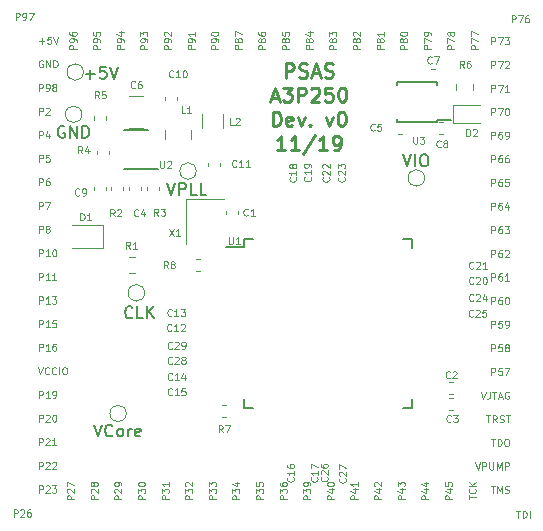
<source format=gbr>
G04 #@! TF.GenerationSoftware,KiCad,Pcbnew,5.0.2-bee76a0~70~ubuntu18.04.1*
G04 #@! TF.CreationDate,2019-11-19T20:55:50-08:00*
G04 #@! TF.ProjectId,A3P250_Dev_Board,41335032-3530-45f4-9465-765f426f6172,rev?*
G04 #@! TF.SameCoordinates,Original*
G04 #@! TF.FileFunction,Legend,Top*
G04 #@! TF.FilePolarity,Positive*
%FSLAX46Y46*%
G04 Gerber Fmt 4.6, Leading zero omitted, Abs format (unit mm)*
G04 Created by KiCad (PCBNEW 5.0.2-bee76a0~70~ubuntu18.04.1) date Tue 19 Nov 2019 08:55:50 PM PST*
%MOMM*%
%LPD*%
G01*
G04 APERTURE LIST*
%ADD10C,0.250000*%
%ADD11C,0.100000*%
%ADD12C,0.120000*%
%ADD13C,0.150000*%
G04 APERTURE END LIST*
D10*
X124926971Y-93352857D02*
X124926971Y-92152857D01*
X125384114Y-92152857D01*
X125498400Y-92210000D01*
X125555542Y-92267142D01*
X125612685Y-92381428D01*
X125612685Y-92552857D01*
X125555542Y-92667142D01*
X125498400Y-92724285D01*
X125384114Y-92781428D01*
X124926971Y-92781428D01*
X126069828Y-93295714D02*
X126241257Y-93352857D01*
X126526971Y-93352857D01*
X126641257Y-93295714D01*
X126698400Y-93238571D01*
X126755542Y-93124285D01*
X126755542Y-93010000D01*
X126698400Y-92895714D01*
X126641257Y-92838571D01*
X126526971Y-92781428D01*
X126298400Y-92724285D01*
X126184114Y-92667142D01*
X126126971Y-92610000D01*
X126069828Y-92495714D01*
X126069828Y-92381428D01*
X126126971Y-92267142D01*
X126184114Y-92210000D01*
X126298400Y-92152857D01*
X126584114Y-92152857D01*
X126755542Y-92210000D01*
X127212685Y-93010000D02*
X127784114Y-93010000D01*
X127098400Y-93352857D02*
X127498400Y-92152857D01*
X127898400Y-93352857D01*
X128241257Y-93295714D02*
X128412685Y-93352857D01*
X128698400Y-93352857D01*
X128812685Y-93295714D01*
X128869828Y-93238571D01*
X128926971Y-93124285D01*
X128926971Y-93010000D01*
X128869828Y-92895714D01*
X128812685Y-92838571D01*
X128698400Y-92781428D01*
X128469828Y-92724285D01*
X128355542Y-92667142D01*
X128298400Y-92610000D01*
X128241257Y-92495714D01*
X128241257Y-92381428D01*
X128298400Y-92267142D01*
X128355542Y-92210000D01*
X128469828Y-92152857D01*
X128755542Y-92152857D01*
X128926971Y-92210000D01*
X123726971Y-95060000D02*
X124298400Y-95060000D01*
X123612685Y-95402857D02*
X124012685Y-94202857D01*
X124412685Y-95402857D01*
X124698400Y-94202857D02*
X125441257Y-94202857D01*
X125041257Y-94660000D01*
X125212685Y-94660000D01*
X125326971Y-94717142D01*
X125384114Y-94774285D01*
X125441257Y-94888571D01*
X125441257Y-95174285D01*
X125384114Y-95288571D01*
X125326971Y-95345714D01*
X125212685Y-95402857D01*
X124869828Y-95402857D01*
X124755542Y-95345714D01*
X124698400Y-95288571D01*
X125955542Y-95402857D02*
X125955542Y-94202857D01*
X126412685Y-94202857D01*
X126526971Y-94260000D01*
X126584114Y-94317142D01*
X126641257Y-94431428D01*
X126641257Y-94602857D01*
X126584114Y-94717142D01*
X126526971Y-94774285D01*
X126412685Y-94831428D01*
X125955542Y-94831428D01*
X127098400Y-94317142D02*
X127155542Y-94260000D01*
X127269828Y-94202857D01*
X127555542Y-94202857D01*
X127669828Y-94260000D01*
X127726971Y-94317142D01*
X127784114Y-94431428D01*
X127784114Y-94545714D01*
X127726971Y-94717142D01*
X127041257Y-95402857D01*
X127784114Y-95402857D01*
X128869828Y-94202857D02*
X128298400Y-94202857D01*
X128241257Y-94774285D01*
X128298400Y-94717142D01*
X128412685Y-94660000D01*
X128698400Y-94660000D01*
X128812685Y-94717142D01*
X128869828Y-94774285D01*
X128926971Y-94888571D01*
X128926971Y-95174285D01*
X128869828Y-95288571D01*
X128812685Y-95345714D01*
X128698400Y-95402857D01*
X128412685Y-95402857D01*
X128298400Y-95345714D01*
X128241257Y-95288571D01*
X129669828Y-94202857D02*
X129784114Y-94202857D01*
X129898400Y-94260000D01*
X129955542Y-94317142D01*
X130012685Y-94431428D01*
X130069828Y-94660000D01*
X130069828Y-94945714D01*
X130012685Y-95174285D01*
X129955542Y-95288571D01*
X129898400Y-95345714D01*
X129784114Y-95402857D01*
X129669828Y-95402857D01*
X129555542Y-95345714D01*
X129498400Y-95288571D01*
X129441257Y-95174285D01*
X129384114Y-94945714D01*
X129384114Y-94660000D01*
X129441257Y-94431428D01*
X129498400Y-94317142D01*
X129555542Y-94260000D01*
X129669828Y-94202857D01*
X123841257Y-97452857D02*
X123841257Y-96252857D01*
X124126971Y-96252857D01*
X124298400Y-96310000D01*
X124412685Y-96424285D01*
X124469828Y-96538571D01*
X124526971Y-96767142D01*
X124526971Y-96938571D01*
X124469828Y-97167142D01*
X124412685Y-97281428D01*
X124298400Y-97395714D01*
X124126971Y-97452857D01*
X123841257Y-97452857D01*
X125498400Y-97395714D02*
X125384114Y-97452857D01*
X125155542Y-97452857D01*
X125041257Y-97395714D01*
X124984114Y-97281428D01*
X124984114Y-96824285D01*
X125041257Y-96710000D01*
X125155542Y-96652857D01*
X125384114Y-96652857D01*
X125498400Y-96710000D01*
X125555542Y-96824285D01*
X125555542Y-96938571D01*
X124984114Y-97052857D01*
X125955542Y-96652857D02*
X126241257Y-97452857D01*
X126526971Y-96652857D01*
X126984114Y-97338571D02*
X127041257Y-97395714D01*
X126984114Y-97452857D01*
X126926971Y-97395714D01*
X126984114Y-97338571D01*
X126984114Y-97452857D01*
X128355542Y-96652857D02*
X128641257Y-97452857D01*
X128926971Y-96652857D01*
X129612685Y-96252857D02*
X129726971Y-96252857D01*
X129841257Y-96310000D01*
X129898400Y-96367142D01*
X129955542Y-96481428D01*
X130012685Y-96710000D01*
X130012685Y-96995714D01*
X129955542Y-97224285D01*
X129898400Y-97338571D01*
X129841257Y-97395714D01*
X129726971Y-97452857D01*
X129612685Y-97452857D01*
X129498400Y-97395714D01*
X129441257Y-97338571D01*
X129384114Y-97224285D01*
X129326971Y-96995714D01*
X129326971Y-96710000D01*
X129384114Y-96481428D01*
X129441257Y-96367142D01*
X129498400Y-96310000D01*
X129612685Y-96252857D01*
X124898400Y-99502857D02*
X124212685Y-99502857D01*
X124555542Y-99502857D02*
X124555542Y-98302857D01*
X124441257Y-98474285D01*
X124326971Y-98588571D01*
X124212685Y-98645714D01*
X126041257Y-99502857D02*
X125355542Y-99502857D01*
X125698400Y-99502857D02*
X125698400Y-98302857D01*
X125584114Y-98474285D01*
X125469828Y-98588571D01*
X125355542Y-98645714D01*
X127412685Y-98245714D02*
X126384114Y-99788571D01*
X128441257Y-99502857D02*
X127755542Y-99502857D01*
X128098400Y-99502857D02*
X128098400Y-98302857D01*
X127984114Y-98474285D01*
X127869828Y-98588571D01*
X127755542Y-98645714D01*
X129012685Y-99502857D02*
X129241257Y-99502857D01*
X129355542Y-99445714D01*
X129412685Y-99388571D01*
X129526971Y-99217142D01*
X129584114Y-98988571D01*
X129584114Y-98531428D01*
X129526971Y-98417142D01*
X129469828Y-98360000D01*
X129355542Y-98302857D01*
X129126971Y-98302857D01*
X129012685Y-98360000D01*
X128955542Y-98417142D01*
X128898400Y-98531428D01*
X128898400Y-98817142D01*
X128955542Y-98931428D01*
X129012685Y-98988571D01*
X129126971Y-99045714D01*
X129355542Y-99045714D01*
X129469828Y-98988571D01*
X129526971Y-98931428D01*
X129584114Y-98817142D01*
D11*
X144054800Y-88688828D02*
X144054800Y-88088828D01*
X144283371Y-88088828D01*
X144340514Y-88117400D01*
X144369085Y-88145971D01*
X144397657Y-88203114D01*
X144397657Y-88288828D01*
X144369085Y-88345971D01*
X144340514Y-88374542D01*
X144283371Y-88403114D01*
X144054800Y-88403114D01*
X144597657Y-88088828D02*
X144997657Y-88088828D01*
X144740514Y-88688828D01*
X145483371Y-88088828D02*
X145369085Y-88088828D01*
X145311942Y-88117400D01*
X145283371Y-88145971D01*
X145226228Y-88231685D01*
X145197657Y-88345971D01*
X145197657Y-88574542D01*
X145226228Y-88631685D01*
X145254800Y-88660257D01*
X145311942Y-88688828D01*
X145426228Y-88688828D01*
X145483371Y-88660257D01*
X145511942Y-88631685D01*
X145540514Y-88574542D01*
X145540514Y-88431685D01*
X145511942Y-88374542D01*
X145483371Y-88345971D01*
X145426228Y-88317400D01*
X145311942Y-88317400D01*
X145254800Y-88345971D01*
X145226228Y-88374542D01*
X145197657Y-88431685D01*
X102068600Y-88485628D02*
X102068600Y-87885628D01*
X102297171Y-87885628D01*
X102354314Y-87914200D01*
X102382885Y-87942771D01*
X102411457Y-87999914D01*
X102411457Y-88085628D01*
X102382885Y-88142771D01*
X102354314Y-88171342D01*
X102297171Y-88199914D01*
X102068600Y-88199914D01*
X102697171Y-88485628D02*
X102811457Y-88485628D01*
X102868600Y-88457057D01*
X102897171Y-88428485D01*
X102954314Y-88342771D01*
X102982885Y-88228485D01*
X102982885Y-87999914D01*
X102954314Y-87942771D01*
X102925742Y-87914200D01*
X102868600Y-87885628D01*
X102754314Y-87885628D01*
X102697171Y-87914200D01*
X102668600Y-87942771D01*
X102640028Y-87999914D01*
X102640028Y-88142771D01*
X102668600Y-88199914D01*
X102697171Y-88228485D01*
X102754314Y-88257057D01*
X102868600Y-88257057D01*
X102925742Y-88228485D01*
X102954314Y-88199914D01*
X102982885Y-88142771D01*
X103182885Y-87885628D02*
X103582885Y-87885628D01*
X103325742Y-88485628D01*
X107223428Y-90946000D02*
X106623428Y-90946000D01*
X106623428Y-90717428D01*
X106652000Y-90660285D01*
X106680571Y-90631714D01*
X106737714Y-90603142D01*
X106823428Y-90603142D01*
X106880571Y-90631714D01*
X106909142Y-90660285D01*
X106937714Y-90717428D01*
X106937714Y-90946000D01*
X107223428Y-90317428D02*
X107223428Y-90203142D01*
X107194857Y-90146000D01*
X107166285Y-90117428D01*
X107080571Y-90060285D01*
X106966285Y-90031714D01*
X106737714Y-90031714D01*
X106680571Y-90060285D01*
X106652000Y-90088857D01*
X106623428Y-90146000D01*
X106623428Y-90260285D01*
X106652000Y-90317428D01*
X106680571Y-90346000D01*
X106737714Y-90374571D01*
X106880571Y-90374571D01*
X106937714Y-90346000D01*
X106966285Y-90317428D01*
X106994857Y-90260285D01*
X106994857Y-90146000D01*
X106966285Y-90088857D01*
X106937714Y-90060285D01*
X106880571Y-90031714D01*
X106623428Y-89517428D02*
X106623428Y-89631714D01*
X106652000Y-89688857D01*
X106680571Y-89717428D01*
X106766285Y-89774571D01*
X106880571Y-89803142D01*
X107109142Y-89803142D01*
X107166285Y-89774571D01*
X107194857Y-89746000D01*
X107223428Y-89688857D01*
X107223428Y-89574571D01*
X107194857Y-89517428D01*
X107166285Y-89488857D01*
X107109142Y-89460285D01*
X106966285Y-89460285D01*
X106909142Y-89488857D01*
X106880571Y-89517428D01*
X106852000Y-89574571D01*
X106852000Y-89688857D01*
X106880571Y-89746000D01*
X106909142Y-89774571D01*
X106966285Y-89803142D01*
X109223428Y-90946000D02*
X108623428Y-90946000D01*
X108623428Y-90717428D01*
X108652000Y-90660285D01*
X108680571Y-90631714D01*
X108737714Y-90603142D01*
X108823428Y-90603142D01*
X108880571Y-90631714D01*
X108909142Y-90660285D01*
X108937714Y-90717428D01*
X108937714Y-90946000D01*
X109223428Y-90317428D02*
X109223428Y-90203142D01*
X109194857Y-90146000D01*
X109166285Y-90117428D01*
X109080571Y-90060285D01*
X108966285Y-90031714D01*
X108737714Y-90031714D01*
X108680571Y-90060285D01*
X108652000Y-90088857D01*
X108623428Y-90146000D01*
X108623428Y-90260285D01*
X108652000Y-90317428D01*
X108680571Y-90346000D01*
X108737714Y-90374571D01*
X108880571Y-90374571D01*
X108937714Y-90346000D01*
X108966285Y-90317428D01*
X108994857Y-90260285D01*
X108994857Y-90146000D01*
X108966285Y-90088857D01*
X108937714Y-90060285D01*
X108880571Y-90031714D01*
X108623428Y-89488857D02*
X108623428Y-89774571D01*
X108909142Y-89803142D01*
X108880571Y-89774571D01*
X108852000Y-89717428D01*
X108852000Y-89574571D01*
X108880571Y-89517428D01*
X108909142Y-89488857D01*
X108966285Y-89460285D01*
X109109142Y-89460285D01*
X109166285Y-89488857D01*
X109194857Y-89517428D01*
X109223428Y-89574571D01*
X109223428Y-89717428D01*
X109194857Y-89774571D01*
X109166285Y-89803142D01*
X111223428Y-90946000D02*
X110623428Y-90946000D01*
X110623428Y-90717428D01*
X110652000Y-90660285D01*
X110680571Y-90631714D01*
X110737714Y-90603142D01*
X110823428Y-90603142D01*
X110880571Y-90631714D01*
X110909142Y-90660285D01*
X110937714Y-90717428D01*
X110937714Y-90946000D01*
X111223428Y-90317428D02*
X111223428Y-90203142D01*
X111194857Y-90146000D01*
X111166285Y-90117428D01*
X111080571Y-90060285D01*
X110966285Y-90031714D01*
X110737714Y-90031714D01*
X110680571Y-90060285D01*
X110652000Y-90088857D01*
X110623428Y-90146000D01*
X110623428Y-90260285D01*
X110652000Y-90317428D01*
X110680571Y-90346000D01*
X110737714Y-90374571D01*
X110880571Y-90374571D01*
X110937714Y-90346000D01*
X110966285Y-90317428D01*
X110994857Y-90260285D01*
X110994857Y-90146000D01*
X110966285Y-90088857D01*
X110937714Y-90060285D01*
X110880571Y-90031714D01*
X110823428Y-89517428D02*
X111223428Y-89517428D01*
X110594857Y-89660285D02*
X111023428Y-89803142D01*
X111023428Y-89431714D01*
X113223428Y-90946000D02*
X112623428Y-90946000D01*
X112623428Y-90717428D01*
X112652000Y-90660285D01*
X112680571Y-90631714D01*
X112737714Y-90603142D01*
X112823428Y-90603142D01*
X112880571Y-90631714D01*
X112909142Y-90660285D01*
X112937714Y-90717428D01*
X112937714Y-90946000D01*
X113223428Y-90317428D02*
X113223428Y-90203142D01*
X113194857Y-90146000D01*
X113166285Y-90117428D01*
X113080571Y-90060285D01*
X112966285Y-90031714D01*
X112737714Y-90031714D01*
X112680571Y-90060285D01*
X112652000Y-90088857D01*
X112623428Y-90146000D01*
X112623428Y-90260285D01*
X112652000Y-90317428D01*
X112680571Y-90346000D01*
X112737714Y-90374571D01*
X112880571Y-90374571D01*
X112937714Y-90346000D01*
X112966285Y-90317428D01*
X112994857Y-90260285D01*
X112994857Y-90146000D01*
X112966285Y-90088857D01*
X112937714Y-90060285D01*
X112880571Y-90031714D01*
X112623428Y-89831714D02*
X112623428Y-89460285D01*
X112852000Y-89660285D01*
X112852000Y-89574571D01*
X112880571Y-89517428D01*
X112909142Y-89488857D01*
X112966285Y-89460285D01*
X113109142Y-89460285D01*
X113166285Y-89488857D01*
X113194857Y-89517428D01*
X113223428Y-89574571D01*
X113223428Y-89746000D01*
X113194857Y-89803142D01*
X113166285Y-89831714D01*
X115223428Y-90946000D02*
X114623428Y-90946000D01*
X114623428Y-90717428D01*
X114652000Y-90660285D01*
X114680571Y-90631714D01*
X114737714Y-90603142D01*
X114823428Y-90603142D01*
X114880571Y-90631714D01*
X114909142Y-90660285D01*
X114937714Y-90717428D01*
X114937714Y-90946000D01*
X115223428Y-90317428D02*
X115223428Y-90203142D01*
X115194857Y-90146000D01*
X115166285Y-90117428D01*
X115080571Y-90060285D01*
X114966285Y-90031714D01*
X114737714Y-90031714D01*
X114680571Y-90060285D01*
X114652000Y-90088857D01*
X114623428Y-90146000D01*
X114623428Y-90260285D01*
X114652000Y-90317428D01*
X114680571Y-90346000D01*
X114737714Y-90374571D01*
X114880571Y-90374571D01*
X114937714Y-90346000D01*
X114966285Y-90317428D01*
X114994857Y-90260285D01*
X114994857Y-90146000D01*
X114966285Y-90088857D01*
X114937714Y-90060285D01*
X114880571Y-90031714D01*
X114680571Y-89803142D02*
X114652000Y-89774571D01*
X114623428Y-89717428D01*
X114623428Y-89574571D01*
X114652000Y-89517428D01*
X114680571Y-89488857D01*
X114737714Y-89460285D01*
X114794857Y-89460285D01*
X114880571Y-89488857D01*
X115223428Y-89831714D01*
X115223428Y-89460285D01*
X117223428Y-90946000D02*
X116623428Y-90946000D01*
X116623428Y-90717428D01*
X116652000Y-90660285D01*
X116680571Y-90631714D01*
X116737714Y-90603142D01*
X116823428Y-90603142D01*
X116880571Y-90631714D01*
X116909142Y-90660285D01*
X116937714Y-90717428D01*
X116937714Y-90946000D01*
X117223428Y-90317428D02*
X117223428Y-90203142D01*
X117194857Y-90146000D01*
X117166285Y-90117428D01*
X117080571Y-90060285D01*
X116966285Y-90031714D01*
X116737714Y-90031714D01*
X116680571Y-90060285D01*
X116652000Y-90088857D01*
X116623428Y-90146000D01*
X116623428Y-90260285D01*
X116652000Y-90317428D01*
X116680571Y-90346000D01*
X116737714Y-90374571D01*
X116880571Y-90374571D01*
X116937714Y-90346000D01*
X116966285Y-90317428D01*
X116994857Y-90260285D01*
X116994857Y-90146000D01*
X116966285Y-90088857D01*
X116937714Y-90060285D01*
X116880571Y-90031714D01*
X117223428Y-89460285D02*
X117223428Y-89803142D01*
X117223428Y-89631714D02*
X116623428Y-89631714D01*
X116709142Y-89688857D01*
X116766285Y-89746000D01*
X116794857Y-89803142D01*
X119223428Y-90946000D02*
X118623428Y-90946000D01*
X118623428Y-90717428D01*
X118652000Y-90660285D01*
X118680571Y-90631714D01*
X118737714Y-90603142D01*
X118823428Y-90603142D01*
X118880571Y-90631714D01*
X118909142Y-90660285D01*
X118937714Y-90717428D01*
X118937714Y-90946000D01*
X119223428Y-90317428D02*
X119223428Y-90203142D01*
X119194857Y-90146000D01*
X119166285Y-90117428D01*
X119080571Y-90060285D01*
X118966285Y-90031714D01*
X118737714Y-90031714D01*
X118680571Y-90060285D01*
X118652000Y-90088857D01*
X118623428Y-90146000D01*
X118623428Y-90260285D01*
X118652000Y-90317428D01*
X118680571Y-90346000D01*
X118737714Y-90374571D01*
X118880571Y-90374571D01*
X118937714Y-90346000D01*
X118966285Y-90317428D01*
X118994857Y-90260285D01*
X118994857Y-90146000D01*
X118966285Y-90088857D01*
X118937714Y-90060285D01*
X118880571Y-90031714D01*
X118623428Y-89660285D02*
X118623428Y-89603142D01*
X118652000Y-89546000D01*
X118680571Y-89517428D01*
X118737714Y-89488857D01*
X118852000Y-89460285D01*
X118994857Y-89460285D01*
X119109142Y-89488857D01*
X119166285Y-89517428D01*
X119194857Y-89546000D01*
X119223428Y-89603142D01*
X119223428Y-89660285D01*
X119194857Y-89717428D01*
X119166285Y-89746000D01*
X119109142Y-89774571D01*
X118994857Y-89803142D01*
X118852000Y-89803142D01*
X118737714Y-89774571D01*
X118680571Y-89746000D01*
X118652000Y-89717428D01*
X118623428Y-89660285D01*
X121223428Y-90946000D02*
X120623428Y-90946000D01*
X120623428Y-90717428D01*
X120652000Y-90660285D01*
X120680571Y-90631714D01*
X120737714Y-90603142D01*
X120823428Y-90603142D01*
X120880571Y-90631714D01*
X120909142Y-90660285D01*
X120937714Y-90717428D01*
X120937714Y-90946000D01*
X120880571Y-90260285D02*
X120852000Y-90317428D01*
X120823428Y-90346000D01*
X120766285Y-90374571D01*
X120737714Y-90374571D01*
X120680571Y-90346000D01*
X120652000Y-90317428D01*
X120623428Y-90260285D01*
X120623428Y-90146000D01*
X120652000Y-90088857D01*
X120680571Y-90060285D01*
X120737714Y-90031714D01*
X120766285Y-90031714D01*
X120823428Y-90060285D01*
X120852000Y-90088857D01*
X120880571Y-90146000D01*
X120880571Y-90260285D01*
X120909142Y-90317428D01*
X120937714Y-90346000D01*
X120994857Y-90374571D01*
X121109142Y-90374571D01*
X121166285Y-90346000D01*
X121194857Y-90317428D01*
X121223428Y-90260285D01*
X121223428Y-90146000D01*
X121194857Y-90088857D01*
X121166285Y-90060285D01*
X121109142Y-90031714D01*
X120994857Y-90031714D01*
X120937714Y-90060285D01*
X120909142Y-90088857D01*
X120880571Y-90146000D01*
X120623428Y-89831714D02*
X120623428Y-89431714D01*
X121223428Y-89688857D01*
X123223428Y-90946000D02*
X122623428Y-90946000D01*
X122623428Y-90717428D01*
X122652000Y-90660285D01*
X122680571Y-90631714D01*
X122737714Y-90603142D01*
X122823428Y-90603142D01*
X122880571Y-90631714D01*
X122909142Y-90660285D01*
X122937714Y-90717428D01*
X122937714Y-90946000D01*
X122880571Y-90260285D02*
X122852000Y-90317428D01*
X122823428Y-90346000D01*
X122766285Y-90374571D01*
X122737714Y-90374571D01*
X122680571Y-90346000D01*
X122652000Y-90317428D01*
X122623428Y-90260285D01*
X122623428Y-90146000D01*
X122652000Y-90088857D01*
X122680571Y-90060285D01*
X122737714Y-90031714D01*
X122766285Y-90031714D01*
X122823428Y-90060285D01*
X122852000Y-90088857D01*
X122880571Y-90146000D01*
X122880571Y-90260285D01*
X122909142Y-90317428D01*
X122937714Y-90346000D01*
X122994857Y-90374571D01*
X123109142Y-90374571D01*
X123166285Y-90346000D01*
X123194857Y-90317428D01*
X123223428Y-90260285D01*
X123223428Y-90146000D01*
X123194857Y-90088857D01*
X123166285Y-90060285D01*
X123109142Y-90031714D01*
X122994857Y-90031714D01*
X122937714Y-90060285D01*
X122909142Y-90088857D01*
X122880571Y-90146000D01*
X122623428Y-89517428D02*
X122623428Y-89631714D01*
X122652000Y-89688857D01*
X122680571Y-89717428D01*
X122766285Y-89774571D01*
X122880571Y-89803142D01*
X123109142Y-89803142D01*
X123166285Y-89774571D01*
X123194857Y-89746000D01*
X123223428Y-89688857D01*
X123223428Y-89574571D01*
X123194857Y-89517428D01*
X123166285Y-89488857D01*
X123109142Y-89460285D01*
X122966285Y-89460285D01*
X122909142Y-89488857D01*
X122880571Y-89517428D01*
X122852000Y-89574571D01*
X122852000Y-89688857D01*
X122880571Y-89746000D01*
X122909142Y-89774571D01*
X122966285Y-89803142D01*
X125223428Y-90946000D02*
X124623428Y-90946000D01*
X124623428Y-90717428D01*
X124652000Y-90660285D01*
X124680571Y-90631714D01*
X124737714Y-90603142D01*
X124823428Y-90603142D01*
X124880571Y-90631714D01*
X124909142Y-90660285D01*
X124937714Y-90717428D01*
X124937714Y-90946000D01*
X124880571Y-90260285D02*
X124852000Y-90317428D01*
X124823428Y-90346000D01*
X124766285Y-90374571D01*
X124737714Y-90374571D01*
X124680571Y-90346000D01*
X124652000Y-90317428D01*
X124623428Y-90260285D01*
X124623428Y-90146000D01*
X124652000Y-90088857D01*
X124680571Y-90060285D01*
X124737714Y-90031714D01*
X124766285Y-90031714D01*
X124823428Y-90060285D01*
X124852000Y-90088857D01*
X124880571Y-90146000D01*
X124880571Y-90260285D01*
X124909142Y-90317428D01*
X124937714Y-90346000D01*
X124994857Y-90374571D01*
X125109142Y-90374571D01*
X125166285Y-90346000D01*
X125194857Y-90317428D01*
X125223428Y-90260285D01*
X125223428Y-90146000D01*
X125194857Y-90088857D01*
X125166285Y-90060285D01*
X125109142Y-90031714D01*
X124994857Y-90031714D01*
X124937714Y-90060285D01*
X124909142Y-90088857D01*
X124880571Y-90146000D01*
X124623428Y-89488857D02*
X124623428Y-89774571D01*
X124909142Y-89803142D01*
X124880571Y-89774571D01*
X124852000Y-89717428D01*
X124852000Y-89574571D01*
X124880571Y-89517428D01*
X124909142Y-89488857D01*
X124966285Y-89460285D01*
X125109142Y-89460285D01*
X125166285Y-89488857D01*
X125194857Y-89517428D01*
X125223428Y-89574571D01*
X125223428Y-89717428D01*
X125194857Y-89774571D01*
X125166285Y-89803142D01*
X127223428Y-90946000D02*
X126623428Y-90946000D01*
X126623428Y-90717428D01*
X126652000Y-90660285D01*
X126680571Y-90631714D01*
X126737714Y-90603142D01*
X126823428Y-90603142D01*
X126880571Y-90631714D01*
X126909142Y-90660285D01*
X126937714Y-90717428D01*
X126937714Y-90946000D01*
X126880571Y-90260285D02*
X126852000Y-90317428D01*
X126823428Y-90346000D01*
X126766285Y-90374571D01*
X126737714Y-90374571D01*
X126680571Y-90346000D01*
X126652000Y-90317428D01*
X126623428Y-90260285D01*
X126623428Y-90146000D01*
X126652000Y-90088857D01*
X126680571Y-90060285D01*
X126737714Y-90031714D01*
X126766285Y-90031714D01*
X126823428Y-90060285D01*
X126852000Y-90088857D01*
X126880571Y-90146000D01*
X126880571Y-90260285D01*
X126909142Y-90317428D01*
X126937714Y-90346000D01*
X126994857Y-90374571D01*
X127109142Y-90374571D01*
X127166285Y-90346000D01*
X127194857Y-90317428D01*
X127223428Y-90260285D01*
X127223428Y-90146000D01*
X127194857Y-90088857D01*
X127166285Y-90060285D01*
X127109142Y-90031714D01*
X126994857Y-90031714D01*
X126937714Y-90060285D01*
X126909142Y-90088857D01*
X126880571Y-90146000D01*
X126823428Y-89517428D02*
X127223428Y-89517428D01*
X126594857Y-89660285D02*
X127023428Y-89803142D01*
X127023428Y-89431714D01*
X129223428Y-90946000D02*
X128623428Y-90946000D01*
X128623428Y-90717428D01*
X128652000Y-90660285D01*
X128680571Y-90631714D01*
X128737714Y-90603142D01*
X128823428Y-90603142D01*
X128880571Y-90631714D01*
X128909142Y-90660285D01*
X128937714Y-90717428D01*
X128937714Y-90946000D01*
X128880571Y-90260285D02*
X128852000Y-90317428D01*
X128823428Y-90346000D01*
X128766285Y-90374571D01*
X128737714Y-90374571D01*
X128680571Y-90346000D01*
X128652000Y-90317428D01*
X128623428Y-90260285D01*
X128623428Y-90146000D01*
X128652000Y-90088857D01*
X128680571Y-90060285D01*
X128737714Y-90031714D01*
X128766285Y-90031714D01*
X128823428Y-90060285D01*
X128852000Y-90088857D01*
X128880571Y-90146000D01*
X128880571Y-90260285D01*
X128909142Y-90317428D01*
X128937714Y-90346000D01*
X128994857Y-90374571D01*
X129109142Y-90374571D01*
X129166285Y-90346000D01*
X129194857Y-90317428D01*
X129223428Y-90260285D01*
X129223428Y-90146000D01*
X129194857Y-90088857D01*
X129166285Y-90060285D01*
X129109142Y-90031714D01*
X128994857Y-90031714D01*
X128937714Y-90060285D01*
X128909142Y-90088857D01*
X128880571Y-90146000D01*
X128623428Y-89831714D02*
X128623428Y-89460285D01*
X128852000Y-89660285D01*
X128852000Y-89574571D01*
X128880571Y-89517428D01*
X128909142Y-89488857D01*
X128966285Y-89460285D01*
X129109142Y-89460285D01*
X129166285Y-89488857D01*
X129194857Y-89517428D01*
X129223428Y-89574571D01*
X129223428Y-89746000D01*
X129194857Y-89803142D01*
X129166285Y-89831714D01*
X131223428Y-90946000D02*
X130623428Y-90946000D01*
X130623428Y-90717428D01*
X130652000Y-90660285D01*
X130680571Y-90631714D01*
X130737714Y-90603142D01*
X130823428Y-90603142D01*
X130880571Y-90631714D01*
X130909142Y-90660285D01*
X130937714Y-90717428D01*
X130937714Y-90946000D01*
X130880571Y-90260285D02*
X130852000Y-90317428D01*
X130823428Y-90346000D01*
X130766285Y-90374571D01*
X130737714Y-90374571D01*
X130680571Y-90346000D01*
X130652000Y-90317428D01*
X130623428Y-90260285D01*
X130623428Y-90146000D01*
X130652000Y-90088857D01*
X130680571Y-90060285D01*
X130737714Y-90031714D01*
X130766285Y-90031714D01*
X130823428Y-90060285D01*
X130852000Y-90088857D01*
X130880571Y-90146000D01*
X130880571Y-90260285D01*
X130909142Y-90317428D01*
X130937714Y-90346000D01*
X130994857Y-90374571D01*
X131109142Y-90374571D01*
X131166285Y-90346000D01*
X131194857Y-90317428D01*
X131223428Y-90260285D01*
X131223428Y-90146000D01*
X131194857Y-90088857D01*
X131166285Y-90060285D01*
X131109142Y-90031714D01*
X130994857Y-90031714D01*
X130937714Y-90060285D01*
X130909142Y-90088857D01*
X130880571Y-90146000D01*
X130680571Y-89803142D02*
X130652000Y-89774571D01*
X130623428Y-89717428D01*
X130623428Y-89574571D01*
X130652000Y-89517428D01*
X130680571Y-89488857D01*
X130737714Y-89460285D01*
X130794857Y-89460285D01*
X130880571Y-89488857D01*
X131223428Y-89831714D01*
X131223428Y-89460285D01*
X133223428Y-90946000D02*
X132623428Y-90946000D01*
X132623428Y-90717428D01*
X132652000Y-90660285D01*
X132680571Y-90631714D01*
X132737714Y-90603142D01*
X132823428Y-90603142D01*
X132880571Y-90631714D01*
X132909142Y-90660285D01*
X132937714Y-90717428D01*
X132937714Y-90946000D01*
X132880571Y-90260285D02*
X132852000Y-90317428D01*
X132823428Y-90346000D01*
X132766285Y-90374571D01*
X132737714Y-90374571D01*
X132680571Y-90346000D01*
X132652000Y-90317428D01*
X132623428Y-90260285D01*
X132623428Y-90146000D01*
X132652000Y-90088857D01*
X132680571Y-90060285D01*
X132737714Y-90031714D01*
X132766285Y-90031714D01*
X132823428Y-90060285D01*
X132852000Y-90088857D01*
X132880571Y-90146000D01*
X132880571Y-90260285D01*
X132909142Y-90317428D01*
X132937714Y-90346000D01*
X132994857Y-90374571D01*
X133109142Y-90374571D01*
X133166285Y-90346000D01*
X133194857Y-90317428D01*
X133223428Y-90260285D01*
X133223428Y-90146000D01*
X133194857Y-90088857D01*
X133166285Y-90060285D01*
X133109142Y-90031714D01*
X132994857Y-90031714D01*
X132937714Y-90060285D01*
X132909142Y-90088857D01*
X132880571Y-90146000D01*
X133223428Y-89460285D02*
X133223428Y-89803142D01*
X133223428Y-89631714D02*
X132623428Y-89631714D01*
X132709142Y-89688857D01*
X132766285Y-89746000D01*
X132794857Y-89803142D01*
X135223428Y-90946000D02*
X134623428Y-90946000D01*
X134623428Y-90717428D01*
X134652000Y-90660285D01*
X134680571Y-90631714D01*
X134737714Y-90603142D01*
X134823428Y-90603142D01*
X134880571Y-90631714D01*
X134909142Y-90660285D01*
X134937714Y-90717428D01*
X134937714Y-90946000D01*
X134880571Y-90260285D02*
X134852000Y-90317428D01*
X134823428Y-90346000D01*
X134766285Y-90374571D01*
X134737714Y-90374571D01*
X134680571Y-90346000D01*
X134652000Y-90317428D01*
X134623428Y-90260285D01*
X134623428Y-90146000D01*
X134652000Y-90088857D01*
X134680571Y-90060285D01*
X134737714Y-90031714D01*
X134766285Y-90031714D01*
X134823428Y-90060285D01*
X134852000Y-90088857D01*
X134880571Y-90146000D01*
X134880571Y-90260285D01*
X134909142Y-90317428D01*
X134937714Y-90346000D01*
X134994857Y-90374571D01*
X135109142Y-90374571D01*
X135166285Y-90346000D01*
X135194857Y-90317428D01*
X135223428Y-90260285D01*
X135223428Y-90146000D01*
X135194857Y-90088857D01*
X135166285Y-90060285D01*
X135109142Y-90031714D01*
X134994857Y-90031714D01*
X134937714Y-90060285D01*
X134909142Y-90088857D01*
X134880571Y-90146000D01*
X134623428Y-89660285D02*
X134623428Y-89603142D01*
X134652000Y-89546000D01*
X134680571Y-89517428D01*
X134737714Y-89488857D01*
X134852000Y-89460285D01*
X134994857Y-89460285D01*
X135109142Y-89488857D01*
X135166285Y-89517428D01*
X135194857Y-89546000D01*
X135223428Y-89603142D01*
X135223428Y-89660285D01*
X135194857Y-89717428D01*
X135166285Y-89746000D01*
X135109142Y-89774571D01*
X134994857Y-89803142D01*
X134852000Y-89803142D01*
X134737714Y-89774571D01*
X134680571Y-89746000D01*
X134652000Y-89717428D01*
X134623428Y-89660285D01*
X137223428Y-90946000D02*
X136623428Y-90946000D01*
X136623428Y-90717428D01*
X136652000Y-90660285D01*
X136680571Y-90631714D01*
X136737714Y-90603142D01*
X136823428Y-90603142D01*
X136880571Y-90631714D01*
X136909142Y-90660285D01*
X136937714Y-90717428D01*
X136937714Y-90946000D01*
X136623428Y-90403142D02*
X136623428Y-90003142D01*
X137223428Y-90260285D01*
X137223428Y-89746000D02*
X137223428Y-89631714D01*
X137194857Y-89574571D01*
X137166285Y-89546000D01*
X137080571Y-89488857D01*
X136966285Y-89460285D01*
X136737714Y-89460285D01*
X136680571Y-89488857D01*
X136652000Y-89517428D01*
X136623428Y-89574571D01*
X136623428Y-89688857D01*
X136652000Y-89746000D01*
X136680571Y-89774571D01*
X136737714Y-89803142D01*
X136880571Y-89803142D01*
X136937714Y-89774571D01*
X136966285Y-89746000D01*
X136994857Y-89688857D01*
X136994857Y-89574571D01*
X136966285Y-89517428D01*
X136937714Y-89488857D01*
X136880571Y-89460285D01*
X139223428Y-90946000D02*
X138623428Y-90946000D01*
X138623428Y-90717428D01*
X138652000Y-90660285D01*
X138680571Y-90631714D01*
X138737714Y-90603142D01*
X138823428Y-90603142D01*
X138880571Y-90631714D01*
X138909142Y-90660285D01*
X138937714Y-90717428D01*
X138937714Y-90946000D01*
X138623428Y-90403142D02*
X138623428Y-90003142D01*
X139223428Y-90260285D01*
X138880571Y-89688857D02*
X138852000Y-89746000D01*
X138823428Y-89774571D01*
X138766285Y-89803142D01*
X138737714Y-89803142D01*
X138680571Y-89774571D01*
X138652000Y-89746000D01*
X138623428Y-89688857D01*
X138623428Y-89574571D01*
X138652000Y-89517428D01*
X138680571Y-89488857D01*
X138737714Y-89460285D01*
X138766285Y-89460285D01*
X138823428Y-89488857D01*
X138852000Y-89517428D01*
X138880571Y-89574571D01*
X138880571Y-89688857D01*
X138909142Y-89746000D01*
X138937714Y-89774571D01*
X138994857Y-89803142D01*
X139109142Y-89803142D01*
X139166285Y-89774571D01*
X139194857Y-89746000D01*
X139223428Y-89688857D01*
X139223428Y-89574571D01*
X139194857Y-89517428D01*
X139166285Y-89488857D01*
X139109142Y-89460285D01*
X138994857Y-89460285D01*
X138937714Y-89488857D01*
X138909142Y-89517428D01*
X138880571Y-89574571D01*
X141223428Y-90946000D02*
X140623428Y-90946000D01*
X140623428Y-90717428D01*
X140652000Y-90660285D01*
X140680571Y-90631714D01*
X140737714Y-90603142D01*
X140823428Y-90603142D01*
X140880571Y-90631714D01*
X140909142Y-90660285D01*
X140937714Y-90717428D01*
X140937714Y-90946000D01*
X140623428Y-90403142D02*
X140623428Y-90003142D01*
X141223428Y-90260285D01*
X140623428Y-89831714D02*
X140623428Y-89431714D01*
X141223428Y-89688857D01*
X144445285Y-130024228D02*
X144788142Y-130024228D01*
X144616714Y-130624228D02*
X144616714Y-130024228D01*
X144988142Y-130624228D02*
X144988142Y-130024228D01*
X145131000Y-130024228D01*
X145216714Y-130052800D01*
X145273857Y-130109942D01*
X145302428Y-130167085D01*
X145331000Y-130281371D01*
X145331000Y-130367085D01*
X145302428Y-130481371D01*
X145273857Y-130538514D01*
X145216714Y-130595657D01*
X145131000Y-130624228D01*
X144988142Y-130624228D01*
X145588142Y-130624228D02*
X145588142Y-130024228D01*
X101890800Y-130522628D02*
X101890800Y-129922628D01*
X102119371Y-129922628D01*
X102176514Y-129951200D01*
X102205085Y-129979771D01*
X102233657Y-130036914D01*
X102233657Y-130122628D01*
X102205085Y-130179771D01*
X102176514Y-130208342D01*
X102119371Y-130236914D01*
X101890800Y-130236914D01*
X102462228Y-129979771D02*
X102490800Y-129951200D01*
X102547942Y-129922628D01*
X102690800Y-129922628D01*
X102747942Y-129951200D01*
X102776514Y-129979771D01*
X102805085Y-130036914D01*
X102805085Y-130094057D01*
X102776514Y-130179771D01*
X102433657Y-130522628D01*
X102805085Y-130522628D01*
X103319371Y-129922628D02*
X103205085Y-129922628D01*
X103147942Y-129951200D01*
X103119371Y-129979771D01*
X103062228Y-130065485D01*
X103033657Y-130179771D01*
X103033657Y-130408342D01*
X103062228Y-130465485D01*
X103090800Y-130494057D01*
X103147942Y-130522628D01*
X103262228Y-130522628D01*
X103319371Y-130494057D01*
X103347942Y-130465485D01*
X103376514Y-130408342D01*
X103376514Y-130265485D01*
X103347942Y-130208342D01*
X103319371Y-130179771D01*
X103262228Y-130151200D01*
X103147942Y-130151200D01*
X103090800Y-130179771D01*
X103062228Y-130208342D01*
X103033657Y-130265485D01*
X107020228Y-129071400D02*
X106420228Y-129071400D01*
X106420228Y-128842828D01*
X106448800Y-128785685D01*
X106477371Y-128757114D01*
X106534514Y-128728542D01*
X106620228Y-128728542D01*
X106677371Y-128757114D01*
X106705942Y-128785685D01*
X106734514Y-128842828D01*
X106734514Y-129071400D01*
X106477371Y-128499971D02*
X106448800Y-128471400D01*
X106420228Y-128414257D01*
X106420228Y-128271400D01*
X106448800Y-128214257D01*
X106477371Y-128185685D01*
X106534514Y-128157114D01*
X106591657Y-128157114D01*
X106677371Y-128185685D01*
X107020228Y-128528542D01*
X107020228Y-128157114D01*
X106420228Y-127957114D02*
X106420228Y-127557114D01*
X107020228Y-127814257D01*
X109020228Y-129071400D02*
X108420228Y-129071400D01*
X108420228Y-128842828D01*
X108448800Y-128785685D01*
X108477371Y-128757114D01*
X108534514Y-128728542D01*
X108620228Y-128728542D01*
X108677371Y-128757114D01*
X108705942Y-128785685D01*
X108734514Y-128842828D01*
X108734514Y-129071400D01*
X108477371Y-128499971D02*
X108448800Y-128471400D01*
X108420228Y-128414257D01*
X108420228Y-128271400D01*
X108448800Y-128214257D01*
X108477371Y-128185685D01*
X108534514Y-128157114D01*
X108591657Y-128157114D01*
X108677371Y-128185685D01*
X109020228Y-128528542D01*
X109020228Y-128157114D01*
X108677371Y-127814257D02*
X108648800Y-127871400D01*
X108620228Y-127899971D01*
X108563085Y-127928542D01*
X108534514Y-127928542D01*
X108477371Y-127899971D01*
X108448800Y-127871400D01*
X108420228Y-127814257D01*
X108420228Y-127699971D01*
X108448800Y-127642828D01*
X108477371Y-127614257D01*
X108534514Y-127585685D01*
X108563085Y-127585685D01*
X108620228Y-127614257D01*
X108648800Y-127642828D01*
X108677371Y-127699971D01*
X108677371Y-127814257D01*
X108705942Y-127871400D01*
X108734514Y-127899971D01*
X108791657Y-127928542D01*
X108905942Y-127928542D01*
X108963085Y-127899971D01*
X108991657Y-127871400D01*
X109020228Y-127814257D01*
X109020228Y-127699971D01*
X108991657Y-127642828D01*
X108963085Y-127614257D01*
X108905942Y-127585685D01*
X108791657Y-127585685D01*
X108734514Y-127614257D01*
X108705942Y-127642828D01*
X108677371Y-127699971D01*
X111020228Y-129071400D02*
X110420228Y-129071400D01*
X110420228Y-128842828D01*
X110448800Y-128785685D01*
X110477371Y-128757114D01*
X110534514Y-128728542D01*
X110620228Y-128728542D01*
X110677371Y-128757114D01*
X110705942Y-128785685D01*
X110734514Y-128842828D01*
X110734514Y-129071400D01*
X110477371Y-128499971D02*
X110448800Y-128471400D01*
X110420228Y-128414257D01*
X110420228Y-128271400D01*
X110448800Y-128214257D01*
X110477371Y-128185685D01*
X110534514Y-128157114D01*
X110591657Y-128157114D01*
X110677371Y-128185685D01*
X111020228Y-128528542D01*
X111020228Y-128157114D01*
X111020228Y-127871400D02*
X111020228Y-127757114D01*
X110991657Y-127699971D01*
X110963085Y-127671400D01*
X110877371Y-127614257D01*
X110763085Y-127585685D01*
X110534514Y-127585685D01*
X110477371Y-127614257D01*
X110448800Y-127642828D01*
X110420228Y-127699971D01*
X110420228Y-127814257D01*
X110448800Y-127871400D01*
X110477371Y-127899971D01*
X110534514Y-127928542D01*
X110677371Y-127928542D01*
X110734514Y-127899971D01*
X110763085Y-127871400D01*
X110791657Y-127814257D01*
X110791657Y-127699971D01*
X110763085Y-127642828D01*
X110734514Y-127614257D01*
X110677371Y-127585685D01*
X113020228Y-129071400D02*
X112420228Y-129071400D01*
X112420228Y-128842828D01*
X112448800Y-128785685D01*
X112477371Y-128757114D01*
X112534514Y-128728542D01*
X112620228Y-128728542D01*
X112677371Y-128757114D01*
X112705942Y-128785685D01*
X112734514Y-128842828D01*
X112734514Y-129071400D01*
X112420228Y-128528542D02*
X112420228Y-128157114D01*
X112648800Y-128357114D01*
X112648800Y-128271400D01*
X112677371Y-128214257D01*
X112705942Y-128185685D01*
X112763085Y-128157114D01*
X112905942Y-128157114D01*
X112963085Y-128185685D01*
X112991657Y-128214257D01*
X113020228Y-128271400D01*
X113020228Y-128442828D01*
X112991657Y-128499971D01*
X112963085Y-128528542D01*
X112420228Y-127785685D02*
X112420228Y-127728542D01*
X112448800Y-127671400D01*
X112477371Y-127642828D01*
X112534514Y-127614257D01*
X112648800Y-127585685D01*
X112791657Y-127585685D01*
X112905942Y-127614257D01*
X112963085Y-127642828D01*
X112991657Y-127671400D01*
X113020228Y-127728542D01*
X113020228Y-127785685D01*
X112991657Y-127842828D01*
X112963085Y-127871400D01*
X112905942Y-127899971D01*
X112791657Y-127928542D01*
X112648800Y-127928542D01*
X112534514Y-127899971D01*
X112477371Y-127871400D01*
X112448800Y-127842828D01*
X112420228Y-127785685D01*
X115020228Y-129071400D02*
X114420228Y-129071400D01*
X114420228Y-128842828D01*
X114448800Y-128785685D01*
X114477371Y-128757114D01*
X114534514Y-128728542D01*
X114620228Y-128728542D01*
X114677371Y-128757114D01*
X114705942Y-128785685D01*
X114734514Y-128842828D01*
X114734514Y-129071400D01*
X114420228Y-128528542D02*
X114420228Y-128157114D01*
X114648800Y-128357114D01*
X114648800Y-128271400D01*
X114677371Y-128214257D01*
X114705942Y-128185685D01*
X114763085Y-128157114D01*
X114905942Y-128157114D01*
X114963085Y-128185685D01*
X114991657Y-128214257D01*
X115020228Y-128271400D01*
X115020228Y-128442828D01*
X114991657Y-128499971D01*
X114963085Y-128528542D01*
X115020228Y-127585685D02*
X115020228Y-127928542D01*
X115020228Y-127757114D02*
X114420228Y-127757114D01*
X114505942Y-127814257D01*
X114563085Y-127871400D01*
X114591657Y-127928542D01*
X117020228Y-129071400D02*
X116420228Y-129071400D01*
X116420228Y-128842828D01*
X116448800Y-128785685D01*
X116477371Y-128757114D01*
X116534514Y-128728542D01*
X116620228Y-128728542D01*
X116677371Y-128757114D01*
X116705942Y-128785685D01*
X116734514Y-128842828D01*
X116734514Y-129071400D01*
X116420228Y-128528542D02*
X116420228Y-128157114D01*
X116648800Y-128357114D01*
X116648800Y-128271400D01*
X116677371Y-128214257D01*
X116705942Y-128185685D01*
X116763085Y-128157114D01*
X116905942Y-128157114D01*
X116963085Y-128185685D01*
X116991657Y-128214257D01*
X117020228Y-128271400D01*
X117020228Y-128442828D01*
X116991657Y-128499971D01*
X116963085Y-128528542D01*
X116477371Y-127928542D02*
X116448800Y-127899971D01*
X116420228Y-127842828D01*
X116420228Y-127699971D01*
X116448800Y-127642828D01*
X116477371Y-127614257D01*
X116534514Y-127585685D01*
X116591657Y-127585685D01*
X116677371Y-127614257D01*
X117020228Y-127957114D01*
X117020228Y-127585685D01*
X119020228Y-129071400D02*
X118420228Y-129071400D01*
X118420228Y-128842828D01*
X118448800Y-128785685D01*
X118477371Y-128757114D01*
X118534514Y-128728542D01*
X118620228Y-128728542D01*
X118677371Y-128757114D01*
X118705942Y-128785685D01*
X118734514Y-128842828D01*
X118734514Y-129071400D01*
X118420228Y-128528542D02*
X118420228Y-128157114D01*
X118648800Y-128357114D01*
X118648800Y-128271400D01*
X118677371Y-128214257D01*
X118705942Y-128185685D01*
X118763085Y-128157114D01*
X118905942Y-128157114D01*
X118963085Y-128185685D01*
X118991657Y-128214257D01*
X119020228Y-128271400D01*
X119020228Y-128442828D01*
X118991657Y-128499971D01*
X118963085Y-128528542D01*
X118420228Y-127957114D02*
X118420228Y-127585685D01*
X118648800Y-127785685D01*
X118648800Y-127699971D01*
X118677371Y-127642828D01*
X118705942Y-127614257D01*
X118763085Y-127585685D01*
X118905942Y-127585685D01*
X118963085Y-127614257D01*
X118991657Y-127642828D01*
X119020228Y-127699971D01*
X119020228Y-127871400D01*
X118991657Y-127928542D01*
X118963085Y-127957114D01*
X121020228Y-129071400D02*
X120420228Y-129071400D01*
X120420228Y-128842828D01*
X120448800Y-128785685D01*
X120477371Y-128757114D01*
X120534514Y-128728542D01*
X120620228Y-128728542D01*
X120677371Y-128757114D01*
X120705942Y-128785685D01*
X120734514Y-128842828D01*
X120734514Y-129071400D01*
X120420228Y-128528542D02*
X120420228Y-128157114D01*
X120648800Y-128357114D01*
X120648800Y-128271400D01*
X120677371Y-128214257D01*
X120705942Y-128185685D01*
X120763085Y-128157114D01*
X120905942Y-128157114D01*
X120963085Y-128185685D01*
X120991657Y-128214257D01*
X121020228Y-128271400D01*
X121020228Y-128442828D01*
X120991657Y-128499971D01*
X120963085Y-128528542D01*
X120620228Y-127642828D02*
X121020228Y-127642828D01*
X120391657Y-127785685D02*
X120820228Y-127928542D01*
X120820228Y-127557114D01*
X123020228Y-129071400D02*
X122420228Y-129071400D01*
X122420228Y-128842828D01*
X122448800Y-128785685D01*
X122477371Y-128757114D01*
X122534514Y-128728542D01*
X122620228Y-128728542D01*
X122677371Y-128757114D01*
X122705942Y-128785685D01*
X122734514Y-128842828D01*
X122734514Y-129071400D01*
X122420228Y-128528542D02*
X122420228Y-128157114D01*
X122648800Y-128357114D01*
X122648800Y-128271400D01*
X122677371Y-128214257D01*
X122705942Y-128185685D01*
X122763085Y-128157114D01*
X122905942Y-128157114D01*
X122963085Y-128185685D01*
X122991657Y-128214257D01*
X123020228Y-128271400D01*
X123020228Y-128442828D01*
X122991657Y-128499971D01*
X122963085Y-128528542D01*
X122420228Y-127614257D02*
X122420228Y-127899971D01*
X122705942Y-127928542D01*
X122677371Y-127899971D01*
X122648800Y-127842828D01*
X122648800Y-127699971D01*
X122677371Y-127642828D01*
X122705942Y-127614257D01*
X122763085Y-127585685D01*
X122905942Y-127585685D01*
X122963085Y-127614257D01*
X122991657Y-127642828D01*
X123020228Y-127699971D01*
X123020228Y-127842828D01*
X122991657Y-127899971D01*
X122963085Y-127928542D01*
X125020228Y-129071400D02*
X124420228Y-129071400D01*
X124420228Y-128842828D01*
X124448800Y-128785685D01*
X124477371Y-128757114D01*
X124534514Y-128728542D01*
X124620228Y-128728542D01*
X124677371Y-128757114D01*
X124705942Y-128785685D01*
X124734514Y-128842828D01*
X124734514Y-129071400D01*
X124420228Y-128528542D02*
X124420228Y-128157114D01*
X124648800Y-128357114D01*
X124648800Y-128271400D01*
X124677371Y-128214257D01*
X124705942Y-128185685D01*
X124763085Y-128157114D01*
X124905942Y-128157114D01*
X124963085Y-128185685D01*
X124991657Y-128214257D01*
X125020228Y-128271400D01*
X125020228Y-128442828D01*
X124991657Y-128499971D01*
X124963085Y-128528542D01*
X124420228Y-127642828D02*
X124420228Y-127757114D01*
X124448800Y-127814257D01*
X124477371Y-127842828D01*
X124563085Y-127899971D01*
X124677371Y-127928542D01*
X124905942Y-127928542D01*
X124963085Y-127899971D01*
X124991657Y-127871400D01*
X125020228Y-127814257D01*
X125020228Y-127699971D01*
X124991657Y-127642828D01*
X124963085Y-127614257D01*
X124905942Y-127585685D01*
X124763085Y-127585685D01*
X124705942Y-127614257D01*
X124677371Y-127642828D01*
X124648800Y-127699971D01*
X124648800Y-127814257D01*
X124677371Y-127871400D01*
X124705942Y-127899971D01*
X124763085Y-127928542D01*
X127020228Y-129071400D02*
X126420228Y-129071400D01*
X126420228Y-128842828D01*
X126448800Y-128785685D01*
X126477371Y-128757114D01*
X126534514Y-128728542D01*
X126620228Y-128728542D01*
X126677371Y-128757114D01*
X126705942Y-128785685D01*
X126734514Y-128842828D01*
X126734514Y-129071400D01*
X126420228Y-128528542D02*
X126420228Y-128157114D01*
X126648800Y-128357114D01*
X126648800Y-128271400D01*
X126677371Y-128214257D01*
X126705942Y-128185685D01*
X126763085Y-128157114D01*
X126905942Y-128157114D01*
X126963085Y-128185685D01*
X126991657Y-128214257D01*
X127020228Y-128271400D01*
X127020228Y-128442828D01*
X126991657Y-128499971D01*
X126963085Y-128528542D01*
X127020228Y-127871400D02*
X127020228Y-127757114D01*
X126991657Y-127699971D01*
X126963085Y-127671400D01*
X126877371Y-127614257D01*
X126763085Y-127585685D01*
X126534514Y-127585685D01*
X126477371Y-127614257D01*
X126448800Y-127642828D01*
X126420228Y-127699971D01*
X126420228Y-127814257D01*
X126448800Y-127871400D01*
X126477371Y-127899971D01*
X126534514Y-127928542D01*
X126677371Y-127928542D01*
X126734514Y-127899971D01*
X126763085Y-127871400D01*
X126791657Y-127814257D01*
X126791657Y-127699971D01*
X126763085Y-127642828D01*
X126734514Y-127614257D01*
X126677371Y-127585685D01*
X129020228Y-129071400D02*
X128420228Y-129071400D01*
X128420228Y-128842828D01*
X128448800Y-128785685D01*
X128477371Y-128757114D01*
X128534514Y-128728542D01*
X128620228Y-128728542D01*
X128677371Y-128757114D01*
X128705942Y-128785685D01*
X128734514Y-128842828D01*
X128734514Y-129071400D01*
X128620228Y-128214257D02*
X129020228Y-128214257D01*
X128391657Y-128357114D02*
X128820228Y-128499971D01*
X128820228Y-128128542D01*
X128420228Y-127785685D02*
X128420228Y-127728542D01*
X128448800Y-127671400D01*
X128477371Y-127642828D01*
X128534514Y-127614257D01*
X128648800Y-127585685D01*
X128791657Y-127585685D01*
X128905942Y-127614257D01*
X128963085Y-127642828D01*
X128991657Y-127671400D01*
X129020228Y-127728542D01*
X129020228Y-127785685D01*
X128991657Y-127842828D01*
X128963085Y-127871400D01*
X128905942Y-127899971D01*
X128791657Y-127928542D01*
X128648800Y-127928542D01*
X128534514Y-127899971D01*
X128477371Y-127871400D01*
X128448800Y-127842828D01*
X128420228Y-127785685D01*
X131020228Y-129071400D02*
X130420228Y-129071400D01*
X130420228Y-128842828D01*
X130448800Y-128785685D01*
X130477371Y-128757114D01*
X130534514Y-128728542D01*
X130620228Y-128728542D01*
X130677371Y-128757114D01*
X130705942Y-128785685D01*
X130734514Y-128842828D01*
X130734514Y-129071400D01*
X130620228Y-128214257D02*
X131020228Y-128214257D01*
X130391657Y-128357114D02*
X130820228Y-128499971D01*
X130820228Y-128128542D01*
X131020228Y-127585685D02*
X131020228Y-127928542D01*
X131020228Y-127757114D02*
X130420228Y-127757114D01*
X130505942Y-127814257D01*
X130563085Y-127871400D01*
X130591657Y-127928542D01*
X133020228Y-129071400D02*
X132420228Y-129071400D01*
X132420228Y-128842828D01*
X132448800Y-128785685D01*
X132477371Y-128757114D01*
X132534514Y-128728542D01*
X132620228Y-128728542D01*
X132677371Y-128757114D01*
X132705942Y-128785685D01*
X132734514Y-128842828D01*
X132734514Y-129071400D01*
X132620228Y-128214257D02*
X133020228Y-128214257D01*
X132391657Y-128357114D02*
X132820228Y-128499971D01*
X132820228Y-128128542D01*
X132477371Y-127928542D02*
X132448800Y-127899971D01*
X132420228Y-127842828D01*
X132420228Y-127699971D01*
X132448800Y-127642828D01*
X132477371Y-127614257D01*
X132534514Y-127585685D01*
X132591657Y-127585685D01*
X132677371Y-127614257D01*
X133020228Y-127957114D01*
X133020228Y-127585685D01*
X135020228Y-129071400D02*
X134420228Y-129071400D01*
X134420228Y-128842828D01*
X134448800Y-128785685D01*
X134477371Y-128757114D01*
X134534514Y-128728542D01*
X134620228Y-128728542D01*
X134677371Y-128757114D01*
X134705942Y-128785685D01*
X134734514Y-128842828D01*
X134734514Y-129071400D01*
X134620228Y-128214257D02*
X135020228Y-128214257D01*
X134391657Y-128357114D02*
X134820228Y-128499971D01*
X134820228Y-128128542D01*
X134420228Y-127957114D02*
X134420228Y-127585685D01*
X134648800Y-127785685D01*
X134648800Y-127699971D01*
X134677371Y-127642828D01*
X134705942Y-127614257D01*
X134763085Y-127585685D01*
X134905942Y-127585685D01*
X134963085Y-127614257D01*
X134991657Y-127642828D01*
X135020228Y-127699971D01*
X135020228Y-127871400D01*
X134991657Y-127928542D01*
X134963085Y-127957114D01*
X137020228Y-129071400D02*
X136420228Y-129071400D01*
X136420228Y-128842828D01*
X136448800Y-128785685D01*
X136477371Y-128757114D01*
X136534514Y-128728542D01*
X136620228Y-128728542D01*
X136677371Y-128757114D01*
X136705942Y-128785685D01*
X136734514Y-128842828D01*
X136734514Y-129071400D01*
X136620228Y-128214257D02*
X137020228Y-128214257D01*
X136391657Y-128357114D02*
X136820228Y-128499971D01*
X136820228Y-128128542D01*
X136620228Y-127642828D02*
X137020228Y-127642828D01*
X136391657Y-127785685D02*
X136820228Y-127928542D01*
X136820228Y-127557114D01*
X139020228Y-129071400D02*
X138420228Y-129071400D01*
X138420228Y-128842828D01*
X138448800Y-128785685D01*
X138477371Y-128757114D01*
X138534514Y-128728542D01*
X138620228Y-128728542D01*
X138677371Y-128757114D01*
X138705942Y-128785685D01*
X138734514Y-128842828D01*
X138734514Y-129071400D01*
X138620228Y-128214257D02*
X139020228Y-128214257D01*
X138391657Y-128357114D02*
X138820228Y-128499971D01*
X138820228Y-128128542D01*
X138420228Y-127614257D02*
X138420228Y-127899971D01*
X138705942Y-127928542D01*
X138677371Y-127899971D01*
X138648800Y-127842828D01*
X138648800Y-127699971D01*
X138677371Y-127642828D01*
X138705942Y-127614257D01*
X138763085Y-127585685D01*
X138905942Y-127585685D01*
X138963085Y-127614257D01*
X138991657Y-127642828D01*
X139020228Y-127699971D01*
X139020228Y-127842828D01*
X138991657Y-127899971D01*
X138963085Y-127928542D01*
X140420228Y-129071400D02*
X140420228Y-128728542D01*
X141020228Y-128899971D02*
X140420228Y-128899971D01*
X140963085Y-128185685D02*
X140991657Y-128214257D01*
X141020228Y-128299971D01*
X141020228Y-128357114D01*
X140991657Y-128442828D01*
X140934514Y-128499971D01*
X140877371Y-128528542D01*
X140763085Y-128557114D01*
X140677371Y-128557114D01*
X140563085Y-128528542D01*
X140505942Y-128499971D01*
X140448800Y-128442828D01*
X140420228Y-128357114D01*
X140420228Y-128299971D01*
X140448800Y-128214257D01*
X140477371Y-128185685D01*
X141020228Y-127928542D02*
X140420228Y-127928542D01*
X141020228Y-127585685D02*
X140677371Y-127842828D01*
X140420228Y-127585685D02*
X140763085Y-127928542D01*
X142353000Y-90542228D02*
X142353000Y-89942228D01*
X142581571Y-89942228D01*
X142638714Y-89970800D01*
X142667285Y-89999371D01*
X142695857Y-90056514D01*
X142695857Y-90142228D01*
X142667285Y-90199371D01*
X142638714Y-90227942D01*
X142581571Y-90256514D01*
X142353000Y-90256514D01*
X142895857Y-89942228D02*
X143295857Y-89942228D01*
X143038714Y-90542228D01*
X143467285Y-89942228D02*
X143838714Y-89942228D01*
X143638714Y-90170800D01*
X143724428Y-90170800D01*
X143781571Y-90199371D01*
X143810142Y-90227942D01*
X143838714Y-90285085D01*
X143838714Y-90427942D01*
X143810142Y-90485085D01*
X143781571Y-90513657D01*
X143724428Y-90542228D01*
X143553000Y-90542228D01*
X143495857Y-90513657D01*
X143467285Y-90485085D01*
X142353000Y-92542228D02*
X142353000Y-91942228D01*
X142581571Y-91942228D01*
X142638714Y-91970800D01*
X142667285Y-91999371D01*
X142695857Y-92056514D01*
X142695857Y-92142228D01*
X142667285Y-92199371D01*
X142638714Y-92227942D01*
X142581571Y-92256514D01*
X142353000Y-92256514D01*
X142895857Y-91942228D02*
X143295857Y-91942228D01*
X143038714Y-92542228D01*
X143495857Y-91999371D02*
X143524428Y-91970800D01*
X143581571Y-91942228D01*
X143724428Y-91942228D01*
X143781571Y-91970800D01*
X143810142Y-91999371D01*
X143838714Y-92056514D01*
X143838714Y-92113657D01*
X143810142Y-92199371D01*
X143467285Y-92542228D01*
X143838714Y-92542228D01*
X142353000Y-94542228D02*
X142353000Y-93942228D01*
X142581571Y-93942228D01*
X142638714Y-93970800D01*
X142667285Y-93999371D01*
X142695857Y-94056514D01*
X142695857Y-94142228D01*
X142667285Y-94199371D01*
X142638714Y-94227942D01*
X142581571Y-94256514D01*
X142353000Y-94256514D01*
X142895857Y-93942228D02*
X143295857Y-93942228D01*
X143038714Y-94542228D01*
X143838714Y-94542228D02*
X143495857Y-94542228D01*
X143667285Y-94542228D02*
X143667285Y-93942228D01*
X143610142Y-94027942D01*
X143553000Y-94085085D01*
X143495857Y-94113657D01*
X142353000Y-96542228D02*
X142353000Y-95942228D01*
X142581571Y-95942228D01*
X142638714Y-95970800D01*
X142667285Y-95999371D01*
X142695857Y-96056514D01*
X142695857Y-96142228D01*
X142667285Y-96199371D01*
X142638714Y-96227942D01*
X142581571Y-96256514D01*
X142353000Y-96256514D01*
X142895857Y-95942228D02*
X143295857Y-95942228D01*
X143038714Y-96542228D01*
X143638714Y-95942228D02*
X143695857Y-95942228D01*
X143753000Y-95970800D01*
X143781571Y-95999371D01*
X143810142Y-96056514D01*
X143838714Y-96170800D01*
X143838714Y-96313657D01*
X143810142Y-96427942D01*
X143781571Y-96485085D01*
X143753000Y-96513657D01*
X143695857Y-96542228D01*
X143638714Y-96542228D01*
X143581571Y-96513657D01*
X143553000Y-96485085D01*
X143524428Y-96427942D01*
X143495857Y-96313657D01*
X143495857Y-96170800D01*
X143524428Y-96056514D01*
X143553000Y-95999371D01*
X143581571Y-95970800D01*
X143638714Y-95942228D01*
X142353000Y-98542228D02*
X142353000Y-97942228D01*
X142581571Y-97942228D01*
X142638714Y-97970800D01*
X142667285Y-97999371D01*
X142695857Y-98056514D01*
X142695857Y-98142228D01*
X142667285Y-98199371D01*
X142638714Y-98227942D01*
X142581571Y-98256514D01*
X142353000Y-98256514D01*
X143210142Y-97942228D02*
X143095857Y-97942228D01*
X143038714Y-97970800D01*
X143010142Y-97999371D01*
X142953000Y-98085085D01*
X142924428Y-98199371D01*
X142924428Y-98427942D01*
X142953000Y-98485085D01*
X142981571Y-98513657D01*
X143038714Y-98542228D01*
X143153000Y-98542228D01*
X143210142Y-98513657D01*
X143238714Y-98485085D01*
X143267285Y-98427942D01*
X143267285Y-98285085D01*
X143238714Y-98227942D01*
X143210142Y-98199371D01*
X143153000Y-98170800D01*
X143038714Y-98170800D01*
X142981571Y-98199371D01*
X142953000Y-98227942D01*
X142924428Y-98285085D01*
X143553000Y-98542228D02*
X143667285Y-98542228D01*
X143724428Y-98513657D01*
X143753000Y-98485085D01*
X143810142Y-98399371D01*
X143838714Y-98285085D01*
X143838714Y-98056514D01*
X143810142Y-97999371D01*
X143781571Y-97970800D01*
X143724428Y-97942228D01*
X143610142Y-97942228D01*
X143553000Y-97970800D01*
X143524428Y-97999371D01*
X143495857Y-98056514D01*
X143495857Y-98199371D01*
X143524428Y-98256514D01*
X143553000Y-98285085D01*
X143610142Y-98313657D01*
X143724428Y-98313657D01*
X143781571Y-98285085D01*
X143810142Y-98256514D01*
X143838714Y-98199371D01*
X142353000Y-100542228D02*
X142353000Y-99942228D01*
X142581571Y-99942228D01*
X142638714Y-99970800D01*
X142667285Y-99999371D01*
X142695857Y-100056514D01*
X142695857Y-100142228D01*
X142667285Y-100199371D01*
X142638714Y-100227942D01*
X142581571Y-100256514D01*
X142353000Y-100256514D01*
X143210142Y-99942228D02*
X143095857Y-99942228D01*
X143038714Y-99970800D01*
X143010142Y-99999371D01*
X142953000Y-100085085D01*
X142924428Y-100199371D01*
X142924428Y-100427942D01*
X142953000Y-100485085D01*
X142981571Y-100513657D01*
X143038714Y-100542228D01*
X143153000Y-100542228D01*
X143210142Y-100513657D01*
X143238714Y-100485085D01*
X143267285Y-100427942D01*
X143267285Y-100285085D01*
X143238714Y-100227942D01*
X143210142Y-100199371D01*
X143153000Y-100170800D01*
X143038714Y-100170800D01*
X142981571Y-100199371D01*
X142953000Y-100227942D01*
X142924428Y-100285085D01*
X143781571Y-99942228D02*
X143667285Y-99942228D01*
X143610142Y-99970800D01*
X143581571Y-99999371D01*
X143524428Y-100085085D01*
X143495857Y-100199371D01*
X143495857Y-100427942D01*
X143524428Y-100485085D01*
X143553000Y-100513657D01*
X143610142Y-100542228D01*
X143724428Y-100542228D01*
X143781571Y-100513657D01*
X143810142Y-100485085D01*
X143838714Y-100427942D01*
X143838714Y-100285085D01*
X143810142Y-100227942D01*
X143781571Y-100199371D01*
X143724428Y-100170800D01*
X143610142Y-100170800D01*
X143553000Y-100199371D01*
X143524428Y-100227942D01*
X143495857Y-100285085D01*
X142353000Y-102542228D02*
X142353000Y-101942228D01*
X142581571Y-101942228D01*
X142638714Y-101970800D01*
X142667285Y-101999371D01*
X142695857Y-102056514D01*
X142695857Y-102142228D01*
X142667285Y-102199371D01*
X142638714Y-102227942D01*
X142581571Y-102256514D01*
X142353000Y-102256514D01*
X143210142Y-101942228D02*
X143095857Y-101942228D01*
X143038714Y-101970800D01*
X143010142Y-101999371D01*
X142953000Y-102085085D01*
X142924428Y-102199371D01*
X142924428Y-102427942D01*
X142953000Y-102485085D01*
X142981571Y-102513657D01*
X143038714Y-102542228D01*
X143153000Y-102542228D01*
X143210142Y-102513657D01*
X143238714Y-102485085D01*
X143267285Y-102427942D01*
X143267285Y-102285085D01*
X143238714Y-102227942D01*
X143210142Y-102199371D01*
X143153000Y-102170800D01*
X143038714Y-102170800D01*
X142981571Y-102199371D01*
X142953000Y-102227942D01*
X142924428Y-102285085D01*
X143810142Y-101942228D02*
X143524428Y-101942228D01*
X143495857Y-102227942D01*
X143524428Y-102199371D01*
X143581571Y-102170800D01*
X143724428Y-102170800D01*
X143781571Y-102199371D01*
X143810142Y-102227942D01*
X143838714Y-102285085D01*
X143838714Y-102427942D01*
X143810142Y-102485085D01*
X143781571Y-102513657D01*
X143724428Y-102542228D01*
X143581571Y-102542228D01*
X143524428Y-102513657D01*
X143495857Y-102485085D01*
X142353000Y-104542228D02*
X142353000Y-103942228D01*
X142581571Y-103942228D01*
X142638714Y-103970800D01*
X142667285Y-103999371D01*
X142695857Y-104056514D01*
X142695857Y-104142228D01*
X142667285Y-104199371D01*
X142638714Y-104227942D01*
X142581571Y-104256514D01*
X142353000Y-104256514D01*
X143210142Y-103942228D02*
X143095857Y-103942228D01*
X143038714Y-103970800D01*
X143010142Y-103999371D01*
X142953000Y-104085085D01*
X142924428Y-104199371D01*
X142924428Y-104427942D01*
X142953000Y-104485085D01*
X142981571Y-104513657D01*
X143038714Y-104542228D01*
X143153000Y-104542228D01*
X143210142Y-104513657D01*
X143238714Y-104485085D01*
X143267285Y-104427942D01*
X143267285Y-104285085D01*
X143238714Y-104227942D01*
X143210142Y-104199371D01*
X143153000Y-104170800D01*
X143038714Y-104170800D01*
X142981571Y-104199371D01*
X142953000Y-104227942D01*
X142924428Y-104285085D01*
X143781571Y-104142228D02*
X143781571Y-104542228D01*
X143638714Y-103913657D02*
X143495857Y-104342228D01*
X143867285Y-104342228D01*
X142353000Y-106542228D02*
X142353000Y-105942228D01*
X142581571Y-105942228D01*
X142638714Y-105970800D01*
X142667285Y-105999371D01*
X142695857Y-106056514D01*
X142695857Y-106142228D01*
X142667285Y-106199371D01*
X142638714Y-106227942D01*
X142581571Y-106256514D01*
X142353000Y-106256514D01*
X143210142Y-105942228D02*
X143095857Y-105942228D01*
X143038714Y-105970800D01*
X143010142Y-105999371D01*
X142953000Y-106085085D01*
X142924428Y-106199371D01*
X142924428Y-106427942D01*
X142953000Y-106485085D01*
X142981571Y-106513657D01*
X143038714Y-106542228D01*
X143153000Y-106542228D01*
X143210142Y-106513657D01*
X143238714Y-106485085D01*
X143267285Y-106427942D01*
X143267285Y-106285085D01*
X143238714Y-106227942D01*
X143210142Y-106199371D01*
X143153000Y-106170800D01*
X143038714Y-106170800D01*
X142981571Y-106199371D01*
X142953000Y-106227942D01*
X142924428Y-106285085D01*
X143467285Y-105942228D02*
X143838714Y-105942228D01*
X143638714Y-106170800D01*
X143724428Y-106170800D01*
X143781571Y-106199371D01*
X143810142Y-106227942D01*
X143838714Y-106285085D01*
X143838714Y-106427942D01*
X143810142Y-106485085D01*
X143781571Y-106513657D01*
X143724428Y-106542228D01*
X143553000Y-106542228D01*
X143495857Y-106513657D01*
X143467285Y-106485085D01*
X142353000Y-108542228D02*
X142353000Y-107942228D01*
X142581571Y-107942228D01*
X142638714Y-107970800D01*
X142667285Y-107999371D01*
X142695857Y-108056514D01*
X142695857Y-108142228D01*
X142667285Y-108199371D01*
X142638714Y-108227942D01*
X142581571Y-108256514D01*
X142353000Y-108256514D01*
X143210142Y-107942228D02*
X143095857Y-107942228D01*
X143038714Y-107970800D01*
X143010142Y-107999371D01*
X142953000Y-108085085D01*
X142924428Y-108199371D01*
X142924428Y-108427942D01*
X142953000Y-108485085D01*
X142981571Y-108513657D01*
X143038714Y-108542228D01*
X143153000Y-108542228D01*
X143210142Y-108513657D01*
X143238714Y-108485085D01*
X143267285Y-108427942D01*
X143267285Y-108285085D01*
X143238714Y-108227942D01*
X143210142Y-108199371D01*
X143153000Y-108170800D01*
X143038714Y-108170800D01*
X142981571Y-108199371D01*
X142953000Y-108227942D01*
X142924428Y-108285085D01*
X143495857Y-107999371D02*
X143524428Y-107970800D01*
X143581571Y-107942228D01*
X143724428Y-107942228D01*
X143781571Y-107970800D01*
X143810142Y-107999371D01*
X143838714Y-108056514D01*
X143838714Y-108113657D01*
X143810142Y-108199371D01*
X143467285Y-108542228D01*
X143838714Y-108542228D01*
X142353000Y-110542228D02*
X142353000Y-109942228D01*
X142581571Y-109942228D01*
X142638714Y-109970800D01*
X142667285Y-109999371D01*
X142695857Y-110056514D01*
X142695857Y-110142228D01*
X142667285Y-110199371D01*
X142638714Y-110227942D01*
X142581571Y-110256514D01*
X142353000Y-110256514D01*
X143210142Y-109942228D02*
X143095857Y-109942228D01*
X143038714Y-109970800D01*
X143010142Y-109999371D01*
X142953000Y-110085085D01*
X142924428Y-110199371D01*
X142924428Y-110427942D01*
X142953000Y-110485085D01*
X142981571Y-110513657D01*
X143038714Y-110542228D01*
X143153000Y-110542228D01*
X143210142Y-110513657D01*
X143238714Y-110485085D01*
X143267285Y-110427942D01*
X143267285Y-110285085D01*
X143238714Y-110227942D01*
X143210142Y-110199371D01*
X143153000Y-110170800D01*
X143038714Y-110170800D01*
X142981571Y-110199371D01*
X142953000Y-110227942D01*
X142924428Y-110285085D01*
X143838714Y-110542228D02*
X143495857Y-110542228D01*
X143667285Y-110542228D02*
X143667285Y-109942228D01*
X143610142Y-110027942D01*
X143553000Y-110085085D01*
X143495857Y-110113657D01*
X142353000Y-112542228D02*
X142353000Y-111942228D01*
X142581571Y-111942228D01*
X142638714Y-111970800D01*
X142667285Y-111999371D01*
X142695857Y-112056514D01*
X142695857Y-112142228D01*
X142667285Y-112199371D01*
X142638714Y-112227942D01*
X142581571Y-112256514D01*
X142353000Y-112256514D01*
X143210142Y-111942228D02*
X143095857Y-111942228D01*
X143038714Y-111970800D01*
X143010142Y-111999371D01*
X142953000Y-112085085D01*
X142924428Y-112199371D01*
X142924428Y-112427942D01*
X142953000Y-112485085D01*
X142981571Y-112513657D01*
X143038714Y-112542228D01*
X143153000Y-112542228D01*
X143210142Y-112513657D01*
X143238714Y-112485085D01*
X143267285Y-112427942D01*
X143267285Y-112285085D01*
X143238714Y-112227942D01*
X143210142Y-112199371D01*
X143153000Y-112170800D01*
X143038714Y-112170800D01*
X142981571Y-112199371D01*
X142953000Y-112227942D01*
X142924428Y-112285085D01*
X143638714Y-111942228D02*
X143695857Y-111942228D01*
X143753000Y-111970800D01*
X143781571Y-111999371D01*
X143810142Y-112056514D01*
X143838714Y-112170800D01*
X143838714Y-112313657D01*
X143810142Y-112427942D01*
X143781571Y-112485085D01*
X143753000Y-112513657D01*
X143695857Y-112542228D01*
X143638714Y-112542228D01*
X143581571Y-112513657D01*
X143553000Y-112485085D01*
X143524428Y-112427942D01*
X143495857Y-112313657D01*
X143495857Y-112170800D01*
X143524428Y-112056514D01*
X143553000Y-111999371D01*
X143581571Y-111970800D01*
X143638714Y-111942228D01*
X142353000Y-114542228D02*
X142353000Y-113942228D01*
X142581571Y-113942228D01*
X142638714Y-113970800D01*
X142667285Y-113999371D01*
X142695857Y-114056514D01*
X142695857Y-114142228D01*
X142667285Y-114199371D01*
X142638714Y-114227942D01*
X142581571Y-114256514D01*
X142353000Y-114256514D01*
X143238714Y-113942228D02*
X142953000Y-113942228D01*
X142924428Y-114227942D01*
X142953000Y-114199371D01*
X143010142Y-114170800D01*
X143153000Y-114170800D01*
X143210142Y-114199371D01*
X143238714Y-114227942D01*
X143267285Y-114285085D01*
X143267285Y-114427942D01*
X143238714Y-114485085D01*
X143210142Y-114513657D01*
X143153000Y-114542228D01*
X143010142Y-114542228D01*
X142953000Y-114513657D01*
X142924428Y-114485085D01*
X143553000Y-114542228D02*
X143667285Y-114542228D01*
X143724428Y-114513657D01*
X143753000Y-114485085D01*
X143810142Y-114399371D01*
X143838714Y-114285085D01*
X143838714Y-114056514D01*
X143810142Y-113999371D01*
X143781571Y-113970800D01*
X143724428Y-113942228D01*
X143610142Y-113942228D01*
X143553000Y-113970800D01*
X143524428Y-113999371D01*
X143495857Y-114056514D01*
X143495857Y-114199371D01*
X143524428Y-114256514D01*
X143553000Y-114285085D01*
X143610142Y-114313657D01*
X143724428Y-114313657D01*
X143781571Y-114285085D01*
X143810142Y-114256514D01*
X143838714Y-114199371D01*
X142353000Y-116542228D02*
X142353000Y-115942228D01*
X142581571Y-115942228D01*
X142638714Y-115970800D01*
X142667285Y-115999371D01*
X142695857Y-116056514D01*
X142695857Y-116142228D01*
X142667285Y-116199371D01*
X142638714Y-116227942D01*
X142581571Y-116256514D01*
X142353000Y-116256514D01*
X143238714Y-115942228D02*
X142953000Y-115942228D01*
X142924428Y-116227942D01*
X142953000Y-116199371D01*
X143010142Y-116170800D01*
X143153000Y-116170800D01*
X143210142Y-116199371D01*
X143238714Y-116227942D01*
X143267285Y-116285085D01*
X143267285Y-116427942D01*
X143238714Y-116485085D01*
X143210142Y-116513657D01*
X143153000Y-116542228D01*
X143010142Y-116542228D01*
X142953000Y-116513657D01*
X142924428Y-116485085D01*
X143610142Y-116199371D02*
X143553000Y-116170800D01*
X143524428Y-116142228D01*
X143495857Y-116085085D01*
X143495857Y-116056514D01*
X143524428Y-115999371D01*
X143553000Y-115970800D01*
X143610142Y-115942228D01*
X143724428Y-115942228D01*
X143781571Y-115970800D01*
X143810142Y-115999371D01*
X143838714Y-116056514D01*
X143838714Y-116085085D01*
X143810142Y-116142228D01*
X143781571Y-116170800D01*
X143724428Y-116199371D01*
X143610142Y-116199371D01*
X143553000Y-116227942D01*
X143524428Y-116256514D01*
X143495857Y-116313657D01*
X143495857Y-116427942D01*
X143524428Y-116485085D01*
X143553000Y-116513657D01*
X143610142Y-116542228D01*
X143724428Y-116542228D01*
X143781571Y-116513657D01*
X143810142Y-116485085D01*
X143838714Y-116427942D01*
X143838714Y-116313657D01*
X143810142Y-116256514D01*
X143781571Y-116227942D01*
X143724428Y-116199371D01*
X142353000Y-118542228D02*
X142353000Y-117942228D01*
X142581571Y-117942228D01*
X142638714Y-117970800D01*
X142667285Y-117999371D01*
X142695857Y-118056514D01*
X142695857Y-118142228D01*
X142667285Y-118199371D01*
X142638714Y-118227942D01*
X142581571Y-118256514D01*
X142353000Y-118256514D01*
X143238714Y-117942228D02*
X142953000Y-117942228D01*
X142924428Y-118227942D01*
X142953000Y-118199371D01*
X143010142Y-118170800D01*
X143153000Y-118170800D01*
X143210142Y-118199371D01*
X143238714Y-118227942D01*
X143267285Y-118285085D01*
X143267285Y-118427942D01*
X143238714Y-118485085D01*
X143210142Y-118513657D01*
X143153000Y-118542228D01*
X143010142Y-118542228D01*
X142953000Y-118513657D01*
X142924428Y-118485085D01*
X143467285Y-117942228D02*
X143867285Y-117942228D01*
X143610142Y-118542228D01*
X141467285Y-119942228D02*
X141667285Y-120542228D01*
X141867285Y-119942228D01*
X142238714Y-119942228D02*
X142238714Y-120370800D01*
X142210142Y-120456514D01*
X142153000Y-120513657D01*
X142067285Y-120542228D01*
X142010142Y-120542228D01*
X142438714Y-119942228D02*
X142781571Y-119942228D01*
X142610142Y-120542228D02*
X142610142Y-119942228D01*
X142953000Y-120370800D02*
X143238714Y-120370800D01*
X142895857Y-120542228D02*
X143095857Y-119942228D01*
X143295857Y-120542228D01*
X143810142Y-119970800D02*
X143753000Y-119942228D01*
X143667285Y-119942228D01*
X143581571Y-119970800D01*
X143524428Y-120027942D01*
X143495857Y-120085085D01*
X143467285Y-120199371D01*
X143467285Y-120285085D01*
X143495857Y-120399371D01*
X143524428Y-120456514D01*
X143581571Y-120513657D01*
X143667285Y-120542228D01*
X143724428Y-120542228D01*
X143810142Y-120513657D01*
X143838714Y-120485085D01*
X143838714Y-120285085D01*
X143724428Y-120285085D01*
X141924428Y-121942228D02*
X142267285Y-121942228D01*
X142095857Y-122542228D02*
X142095857Y-121942228D01*
X142810142Y-122542228D02*
X142610142Y-122256514D01*
X142467285Y-122542228D02*
X142467285Y-121942228D01*
X142695857Y-121942228D01*
X142753000Y-121970800D01*
X142781571Y-121999371D01*
X142810142Y-122056514D01*
X142810142Y-122142228D01*
X142781571Y-122199371D01*
X142753000Y-122227942D01*
X142695857Y-122256514D01*
X142467285Y-122256514D01*
X143038714Y-122513657D02*
X143124428Y-122542228D01*
X143267285Y-122542228D01*
X143324428Y-122513657D01*
X143353000Y-122485085D01*
X143381571Y-122427942D01*
X143381571Y-122370800D01*
X143353000Y-122313657D01*
X143324428Y-122285085D01*
X143267285Y-122256514D01*
X143153000Y-122227942D01*
X143095857Y-122199371D01*
X143067285Y-122170800D01*
X143038714Y-122113657D01*
X143038714Y-122056514D01*
X143067285Y-121999371D01*
X143095857Y-121970800D01*
X143153000Y-121942228D01*
X143295857Y-121942228D01*
X143381571Y-121970800D01*
X143553000Y-121942228D02*
X143895857Y-121942228D01*
X143724428Y-122542228D02*
X143724428Y-121942228D01*
X142324428Y-123942228D02*
X142667285Y-123942228D01*
X142495857Y-124542228D02*
X142495857Y-123942228D01*
X142867285Y-124542228D02*
X142867285Y-123942228D01*
X143010142Y-123942228D01*
X143095857Y-123970800D01*
X143153000Y-124027942D01*
X143181571Y-124085085D01*
X143210142Y-124199371D01*
X143210142Y-124285085D01*
X143181571Y-124399371D01*
X143153000Y-124456514D01*
X143095857Y-124513657D01*
X143010142Y-124542228D01*
X142867285Y-124542228D01*
X143581571Y-123942228D02*
X143695857Y-123942228D01*
X143753000Y-123970800D01*
X143810142Y-124027942D01*
X143838714Y-124142228D01*
X143838714Y-124342228D01*
X143810142Y-124456514D01*
X143753000Y-124513657D01*
X143695857Y-124542228D01*
X143581571Y-124542228D01*
X143524428Y-124513657D01*
X143467285Y-124456514D01*
X143438714Y-124342228D01*
X143438714Y-124142228D01*
X143467285Y-124027942D01*
X143524428Y-123970800D01*
X143581571Y-123942228D01*
X140981571Y-125942228D02*
X141181571Y-126542228D01*
X141381571Y-125942228D01*
X141581571Y-126542228D02*
X141581571Y-125942228D01*
X141810142Y-125942228D01*
X141867285Y-125970800D01*
X141895857Y-125999371D01*
X141924428Y-126056514D01*
X141924428Y-126142228D01*
X141895857Y-126199371D01*
X141867285Y-126227942D01*
X141810142Y-126256514D01*
X141581571Y-126256514D01*
X142181571Y-125942228D02*
X142181571Y-126427942D01*
X142210142Y-126485085D01*
X142238714Y-126513657D01*
X142295857Y-126542228D01*
X142410142Y-126542228D01*
X142467285Y-126513657D01*
X142495857Y-126485085D01*
X142524428Y-126427942D01*
X142524428Y-125942228D01*
X142810142Y-126542228D02*
X142810142Y-125942228D01*
X143010142Y-126370800D01*
X143210142Y-125942228D01*
X143210142Y-126542228D01*
X143495857Y-126542228D02*
X143495857Y-125942228D01*
X143724428Y-125942228D01*
X143781571Y-125970800D01*
X143810142Y-125999371D01*
X143838714Y-126056514D01*
X143838714Y-126142228D01*
X143810142Y-126199371D01*
X143781571Y-126227942D01*
X143724428Y-126256514D01*
X143495857Y-126256514D01*
X142295857Y-127942228D02*
X142638714Y-127942228D01*
X142467285Y-128542228D02*
X142467285Y-127942228D01*
X142838714Y-128542228D02*
X142838714Y-127942228D01*
X143038714Y-128370800D01*
X143238714Y-127942228D01*
X143238714Y-128542228D01*
X143495857Y-128513657D02*
X143581571Y-128542228D01*
X143724428Y-128542228D01*
X143781571Y-128513657D01*
X143810142Y-128485085D01*
X143838714Y-128427942D01*
X143838714Y-128370800D01*
X143810142Y-128313657D01*
X143781571Y-128285085D01*
X143724428Y-128256514D01*
X143610142Y-128227942D01*
X143553000Y-128199371D01*
X143524428Y-128170800D01*
X143495857Y-128113657D01*
X143495857Y-128056514D01*
X143524428Y-127999371D01*
X143553000Y-127970800D01*
X143610142Y-127942228D01*
X143753000Y-127942228D01*
X143838714Y-127970800D01*
X104043057Y-90262857D02*
X104500200Y-90262857D01*
X104271628Y-90491428D02*
X104271628Y-90034285D01*
X105071628Y-89891428D02*
X104785914Y-89891428D01*
X104757342Y-90177142D01*
X104785914Y-90148571D01*
X104843057Y-90120000D01*
X104985914Y-90120000D01*
X105043057Y-90148571D01*
X105071628Y-90177142D01*
X105100200Y-90234285D01*
X105100200Y-90377142D01*
X105071628Y-90434285D01*
X105043057Y-90462857D01*
X104985914Y-90491428D01*
X104843057Y-90491428D01*
X104785914Y-90462857D01*
X104757342Y-90434285D01*
X105271628Y-89891428D02*
X105471628Y-90491428D01*
X105671628Y-89891428D01*
X104357342Y-91920000D02*
X104300200Y-91891428D01*
X104214485Y-91891428D01*
X104128771Y-91920000D01*
X104071628Y-91977142D01*
X104043057Y-92034285D01*
X104014485Y-92148571D01*
X104014485Y-92234285D01*
X104043057Y-92348571D01*
X104071628Y-92405714D01*
X104128771Y-92462857D01*
X104214485Y-92491428D01*
X104271628Y-92491428D01*
X104357342Y-92462857D01*
X104385914Y-92434285D01*
X104385914Y-92234285D01*
X104271628Y-92234285D01*
X104643057Y-92491428D02*
X104643057Y-91891428D01*
X104985914Y-92491428D01*
X104985914Y-91891428D01*
X105271628Y-92491428D02*
X105271628Y-91891428D01*
X105414485Y-91891428D01*
X105500200Y-91920000D01*
X105557342Y-91977142D01*
X105585914Y-92034285D01*
X105614485Y-92148571D01*
X105614485Y-92234285D01*
X105585914Y-92348571D01*
X105557342Y-92405714D01*
X105500200Y-92462857D01*
X105414485Y-92491428D01*
X105271628Y-92491428D01*
X104043057Y-94491428D02*
X104043057Y-93891428D01*
X104271628Y-93891428D01*
X104328771Y-93920000D01*
X104357342Y-93948571D01*
X104385914Y-94005714D01*
X104385914Y-94091428D01*
X104357342Y-94148571D01*
X104328771Y-94177142D01*
X104271628Y-94205714D01*
X104043057Y-94205714D01*
X104671628Y-94491428D02*
X104785914Y-94491428D01*
X104843057Y-94462857D01*
X104871628Y-94434285D01*
X104928771Y-94348571D01*
X104957342Y-94234285D01*
X104957342Y-94005714D01*
X104928771Y-93948571D01*
X104900200Y-93920000D01*
X104843057Y-93891428D01*
X104728771Y-93891428D01*
X104671628Y-93920000D01*
X104643057Y-93948571D01*
X104614485Y-94005714D01*
X104614485Y-94148571D01*
X104643057Y-94205714D01*
X104671628Y-94234285D01*
X104728771Y-94262857D01*
X104843057Y-94262857D01*
X104900200Y-94234285D01*
X104928771Y-94205714D01*
X104957342Y-94148571D01*
X105300200Y-94148571D02*
X105243057Y-94120000D01*
X105214485Y-94091428D01*
X105185914Y-94034285D01*
X105185914Y-94005714D01*
X105214485Y-93948571D01*
X105243057Y-93920000D01*
X105300200Y-93891428D01*
X105414485Y-93891428D01*
X105471628Y-93920000D01*
X105500200Y-93948571D01*
X105528771Y-94005714D01*
X105528771Y-94034285D01*
X105500200Y-94091428D01*
X105471628Y-94120000D01*
X105414485Y-94148571D01*
X105300200Y-94148571D01*
X105243057Y-94177142D01*
X105214485Y-94205714D01*
X105185914Y-94262857D01*
X105185914Y-94377142D01*
X105214485Y-94434285D01*
X105243057Y-94462857D01*
X105300200Y-94491428D01*
X105414485Y-94491428D01*
X105471628Y-94462857D01*
X105500200Y-94434285D01*
X105528771Y-94377142D01*
X105528771Y-94262857D01*
X105500200Y-94205714D01*
X105471628Y-94177142D01*
X105414485Y-94148571D01*
X104043057Y-96491428D02*
X104043057Y-95891428D01*
X104271628Y-95891428D01*
X104328771Y-95920000D01*
X104357342Y-95948571D01*
X104385914Y-96005714D01*
X104385914Y-96091428D01*
X104357342Y-96148571D01*
X104328771Y-96177142D01*
X104271628Y-96205714D01*
X104043057Y-96205714D01*
X104614485Y-95948571D02*
X104643057Y-95920000D01*
X104700200Y-95891428D01*
X104843057Y-95891428D01*
X104900200Y-95920000D01*
X104928771Y-95948571D01*
X104957342Y-96005714D01*
X104957342Y-96062857D01*
X104928771Y-96148571D01*
X104585914Y-96491428D01*
X104957342Y-96491428D01*
X104043057Y-98491428D02*
X104043057Y-97891428D01*
X104271628Y-97891428D01*
X104328771Y-97920000D01*
X104357342Y-97948571D01*
X104385914Y-98005714D01*
X104385914Y-98091428D01*
X104357342Y-98148571D01*
X104328771Y-98177142D01*
X104271628Y-98205714D01*
X104043057Y-98205714D01*
X104900200Y-98091428D02*
X104900200Y-98491428D01*
X104757342Y-97862857D02*
X104614485Y-98291428D01*
X104985914Y-98291428D01*
X104043057Y-100491428D02*
X104043057Y-99891428D01*
X104271628Y-99891428D01*
X104328771Y-99920000D01*
X104357342Y-99948571D01*
X104385914Y-100005714D01*
X104385914Y-100091428D01*
X104357342Y-100148571D01*
X104328771Y-100177142D01*
X104271628Y-100205714D01*
X104043057Y-100205714D01*
X104928771Y-99891428D02*
X104643057Y-99891428D01*
X104614485Y-100177142D01*
X104643057Y-100148571D01*
X104700200Y-100120000D01*
X104843057Y-100120000D01*
X104900200Y-100148571D01*
X104928771Y-100177142D01*
X104957342Y-100234285D01*
X104957342Y-100377142D01*
X104928771Y-100434285D01*
X104900200Y-100462857D01*
X104843057Y-100491428D01*
X104700200Y-100491428D01*
X104643057Y-100462857D01*
X104614485Y-100434285D01*
X104043057Y-102491428D02*
X104043057Y-101891428D01*
X104271628Y-101891428D01*
X104328771Y-101920000D01*
X104357342Y-101948571D01*
X104385914Y-102005714D01*
X104385914Y-102091428D01*
X104357342Y-102148571D01*
X104328771Y-102177142D01*
X104271628Y-102205714D01*
X104043057Y-102205714D01*
X104900200Y-101891428D02*
X104785914Y-101891428D01*
X104728771Y-101920000D01*
X104700200Y-101948571D01*
X104643057Y-102034285D01*
X104614485Y-102148571D01*
X104614485Y-102377142D01*
X104643057Y-102434285D01*
X104671628Y-102462857D01*
X104728771Y-102491428D01*
X104843057Y-102491428D01*
X104900200Y-102462857D01*
X104928771Y-102434285D01*
X104957342Y-102377142D01*
X104957342Y-102234285D01*
X104928771Y-102177142D01*
X104900200Y-102148571D01*
X104843057Y-102120000D01*
X104728771Y-102120000D01*
X104671628Y-102148571D01*
X104643057Y-102177142D01*
X104614485Y-102234285D01*
X104043057Y-104491428D02*
X104043057Y-103891428D01*
X104271628Y-103891428D01*
X104328771Y-103920000D01*
X104357342Y-103948571D01*
X104385914Y-104005714D01*
X104385914Y-104091428D01*
X104357342Y-104148571D01*
X104328771Y-104177142D01*
X104271628Y-104205714D01*
X104043057Y-104205714D01*
X104585914Y-103891428D02*
X104985914Y-103891428D01*
X104728771Y-104491428D01*
X104043057Y-106491428D02*
X104043057Y-105891428D01*
X104271628Y-105891428D01*
X104328771Y-105920000D01*
X104357342Y-105948571D01*
X104385914Y-106005714D01*
X104385914Y-106091428D01*
X104357342Y-106148571D01*
X104328771Y-106177142D01*
X104271628Y-106205714D01*
X104043057Y-106205714D01*
X104728771Y-106148571D02*
X104671628Y-106120000D01*
X104643057Y-106091428D01*
X104614485Y-106034285D01*
X104614485Y-106005714D01*
X104643057Y-105948571D01*
X104671628Y-105920000D01*
X104728771Y-105891428D01*
X104843057Y-105891428D01*
X104900200Y-105920000D01*
X104928771Y-105948571D01*
X104957342Y-106005714D01*
X104957342Y-106034285D01*
X104928771Y-106091428D01*
X104900200Y-106120000D01*
X104843057Y-106148571D01*
X104728771Y-106148571D01*
X104671628Y-106177142D01*
X104643057Y-106205714D01*
X104614485Y-106262857D01*
X104614485Y-106377142D01*
X104643057Y-106434285D01*
X104671628Y-106462857D01*
X104728771Y-106491428D01*
X104843057Y-106491428D01*
X104900200Y-106462857D01*
X104928771Y-106434285D01*
X104957342Y-106377142D01*
X104957342Y-106262857D01*
X104928771Y-106205714D01*
X104900200Y-106177142D01*
X104843057Y-106148571D01*
X104043057Y-108491428D02*
X104043057Y-107891428D01*
X104271628Y-107891428D01*
X104328771Y-107920000D01*
X104357342Y-107948571D01*
X104385914Y-108005714D01*
X104385914Y-108091428D01*
X104357342Y-108148571D01*
X104328771Y-108177142D01*
X104271628Y-108205714D01*
X104043057Y-108205714D01*
X104957342Y-108491428D02*
X104614485Y-108491428D01*
X104785914Y-108491428D02*
X104785914Y-107891428D01*
X104728771Y-107977142D01*
X104671628Y-108034285D01*
X104614485Y-108062857D01*
X105328771Y-107891428D02*
X105385914Y-107891428D01*
X105443057Y-107920000D01*
X105471628Y-107948571D01*
X105500200Y-108005714D01*
X105528771Y-108120000D01*
X105528771Y-108262857D01*
X105500200Y-108377142D01*
X105471628Y-108434285D01*
X105443057Y-108462857D01*
X105385914Y-108491428D01*
X105328771Y-108491428D01*
X105271628Y-108462857D01*
X105243057Y-108434285D01*
X105214485Y-108377142D01*
X105185914Y-108262857D01*
X105185914Y-108120000D01*
X105214485Y-108005714D01*
X105243057Y-107948571D01*
X105271628Y-107920000D01*
X105328771Y-107891428D01*
X104043057Y-110491428D02*
X104043057Y-109891428D01*
X104271628Y-109891428D01*
X104328771Y-109920000D01*
X104357342Y-109948571D01*
X104385914Y-110005714D01*
X104385914Y-110091428D01*
X104357342Y-110148571D01*
X104328771Y-110177142D01*
X104271628Y-110205714D01*
X104043057Y-110205714D01*
X104957342Y-110491428D02*
X104614485Y-110491428D01*
X104785914Y-110491428D02*
X104785914Y-109891428D01*
X104728771Y-109977142D01*
X104671628Y-110034285D01*
X104614485Y-110062857D01*
X105528771Y-110491428D02*
X105185914Y-110491428D01*
X105357342Y-110491428D02*
X105357342Y-109891428D01*
X105300200Y-109977142D01*
X105243057Y-110034285D01*
X105185914Y-110062857D01*
X104043057Y-112491428D02*
X104043057Y-111891428D01*
X104271628Y-111891428D01*
X104328771Y-111920000D01*
X104357342Y-111948571D01*
X104385914Y-112005714D01*
X104385914Y-112091428D01*
X104357342Y-112148571D01*
X104328771Y-112177142D01*
X104271628Y-112205714D01*
X104043057Y-112205714D01*
X104957342Y-112491428D02*
X104614485Y-112491428D01*
X104785914Y-112491428D02*
X104785914Y-111891428D01*
X104728771Y-111977142D01*
X104671628Y-112034285D01*
X104614485Y-112062857D01*
X105157342Y-111891428D02*
X105528771Y-111891428D01*
X105328771Y-112120000D01*
X105414485Y-112120000D01*
X105471628Y-112148571D01*
X105500200Y-112177142D01*
X105528771Y-112234285D01*
X105528771Y-112377142D01*
X105500200Y-112434285D01*
X105471628Y-112462857D01*
X105414485Y-112491428D01*
X105243057Y-112491428D01*
X105185914Y-112462857D01*
X105157342Y-112434285D01*
X104043057Y-114491428D02*
X104043057Y-113891428D01*
X104271628Y-113891428D01*
X104328771Y-113920000D01*
X104357342Y-113948571D01*
X104385914Y-114005714D01*
X104385914Y-114091428D01*
X104357342Y-114148571D01*
X104328771Y-114177142D01*
X104271628Y-114205714D01*
X104043057Y-114205714D01*
X104957342Y-114491428D02*
X104614485Y-114491428D01*
X104785914Y-114491428D02*
X104785914Y-113891428D01*
X104728771Y-113977142D01*
X104671628Y-114034285D01*
X104614485Y-114062857D01*
X105500200Y-113891428D02*
X105214485Y-113891428D01*
X105185914Y-114177142D01*
X105214485Y-114148571D01*
X105271628Y-114120000D01*
X105414485Y-114120000D01*
X105471628Y-114148571D01*
X105500200Y-114177142D01*
X105528771Y-114234285D01*
X105528771Y-114377142D01*
X105500200Y-114434285D01*
X105471628Y-114462857D01*
X105414485Y-114491428D01*
X105271628Y-114491428D01*
X105214485Y-114462857D01*
X105185914Y-114434285D01*
X104043057Y-116491428D02*
X104043057Y-115891428D01*
X104271628Y-115891428D01*
X104328771Y-115920000D01*
X104357342Y-115948571D01*
X104385914Y-116005714D01*
X104385914Y-116091428D01*
X104357342Y-116148571D01*
X104328771Y-116177142D01*
X104271628Y-116205714D01*
X104043057Y-116205714D01*
X104957342Y-116491428D02*
X104614485Y-116491428D01*
X104785914Y-116491428D02*
X104785914Y-115891428D01*
X104728771Y-115977142D01*
X104671628Y-116034285D01*
X104614485Y-116062857D01*
X105471628Y-115891428D02*
X105357342Y-115891428D01*
X105300200Y-115920000D01*
X105271628Y-115948571D01*
X105214485Y-116034285D01*
X105185914Y-116148571D01*
X105185914Y-116377142D01*
X105214485Y-116434285D01*
X105243057Y-116462857D01*
X105300200Y-116491428D01*
X105414485Y-116491428D01*
X105471628Y-116462857D01*
X105500200Y-116434285D01*
X105528771Y-116377142D01*
X105528771Y-116234285D01*
X105500200Y-116177142D01*
X105471628Y-116148571D01*
X105414485Y-116120000D01*
X105300200Y-116120000D01*
X105243057Y-116148571D01*
X105214485Y-116177142D01*
X105185914Y-116234285D01*
X103957342Y-117891428D02*
X104157342Y-118491428D01*
X104357342Y-117891428D01*
X104900200Y-118434285D02*
X104871628Y-118462857D01*
X104785914Y-118491428D01*
X104728771Y-118491428D01*
X104643057Y-118462857D01*
X104585914Y-118405714D01*
X104557342Y-118348571D01*
X104528771Y-118234285D01*
X104528771Y-118148571D01*
X104557342Y-118034285D01*
X104585914Y-117977142D01*
X104643057Y-117920000D01*
X104728771Y-117891428D01*
X104785914Y-117891428D01*
X104871628Y-117920000D01*
X104900200Y-117948571D01*
X105500200Y-118434285D02*
X105471628Y-118462857D01*
X105385914Y-118491428D01*
X105328771Y-118491428D01*
X105243057Y-118462857D01*
X105185914Y-118405714D01*
X105157342Y-118348571D01*
X105128771Y-118234285D01*
X105128771Y-118148571D01*
X105157342Y-118034285D01*
X105185914Y-117977142D01*
X105243057Y-117920000D01*
X105328771Y-117891428D01*
X105385914Y-117891428D01*
X105471628Y-117920000D01*
X105500200Y-117948571D01*
X105757342Y-118491428D02*
X105757342Y-117891428D01*
X106157342Y-117891428D02*
X106271628Y-117891428D01*
X106328771Y-117920000D01*
X106385914Y-117977142D01*
X106414485Y-118091428D01*
X106414485Y-118291428D01*
X106385914Y-118405714D01*
X106328771Y-118462857D01*
X106271628Y-118491428D01*
X106157342Y-118491428D01*
X106100200Y-118462857D01*
X106043057Y-118405714D01*
X106014485Y-118291428D01*
X106014485Y-118091428D01*
X106043057Y-117977142D01*
X106100200Y-117920000D01*
X106157342Y-117891428D01*
X104043057Y-120491428D02*
X104043057Y-119891428D01*
X104271628Y-119891428D01*
X104328771Y-119920000D01*
X104357342Y-119948571D01*
X104385914Y-120005714D01*
X104385914Y-120091428D01*
X104357342Y-120148571D01*
X104328771Y-120177142D01*
X104271628Y-120205714D01*
X104043057Y-120205714D01*
X104957342Y-120491428D02*
X104614485Y-120491428D01*
X104785914Y-120491428D02*
X104785914Y-119891428D01*
X104728771Y-119977142D01*
X104671628Y-120034285D01*
X104614485Y-120062857D01*
X105243057Y-120491428D02*
X105357342Y-120491428D01*
X105414485Y-120462857D01*
X105443057Y-120434285D01*
X105500200Y-120348571D01*
X105528771Y-120234285D01*
X105528771Y-120005714D01*
X105500200Y-119948571D01*
X105471628Y-119920000D01*
X105414485Y-119891428D01*
X105300200Y-119891428D01*
X105243057Y-119920000D01*
X105214485Y-119948571D01*
X105185914Y-120005714D01*
X105185914Y-120148571D01*
X105214485Y-120205714D01*
X105243057Y-120234285D01*
X105300200Y-120262857D01*
X105414485Y-120262857D01*
X105471628Y-120234285D01*
X105500200Y-120205714D01*
X105528771Y-120148571D01*
X104043057Y-122491428D02*
X104043057Y-121891428D01*
X104271628Y-121891428D01*
X104328771Y-121920000D01*
X104357342Y-121948571D01*
X104385914Y-122005714D01*
X104385914Y-122091428D01*
X104357342Y-122148571D01*
X104328771Y-122177142D01*
X104271628Y-122205714D01*
X104043057Y-122205714D01*
X104614485Y-121948571D02*
X104643057Y-121920000D01*
X104700200Y-121891428D01*
X104843057Y-121891428D01*
X104900200Y-121920000D01*
X104928771Y-121948571D01*
X104957342Y-122005714D01*
X104957342Y-122062857D01*
X104928771Y-122148571D01*
X104585914Y-122491428D01*
X104957342Y-122491428D01*
X105328771Y-121891428D02*
X105385914Y-121891428D01*
X105443057Y-121920000D01*
X105471628Y-121948571D01*
X105500200Y-122005714D01*
X105528771Y-122120000D01*
X105528771Y-122262857D01*
X105500200Y-122377142D01*
X105471628Y-122434285D01*
X105443057Y-122462857D01*
X105385914Y-122491428D01*
X105328771Y-122491428D01*
X105271628Y-122462857D01*
X105243057Y-122434285D01*
X105214485Y-122377142D01*
X105185914Y-122262857D01*
X105185914Y-122120000D01*
X105214485Y-122005714D01*
X105243057Y-121948571D01*
X105271628Y-121920000D01*
X105328771Y-121891428D01*
X104043057Y-124491428D02*
X104043057Y-123891428D01*
X104271628Y-123891428D01*
X104328771Y-123920000D01*
X104357342Y-123948571D01*
X104385914Y-124005714D01*
X104385914Y-124091428D01*
X104357342Y-124148571D01*
X104328771Y-124177142D01*
X104271628Y-124205714D01*
X104043057Y-124205714D01*
X104614485Y-123948571D02*
X104643057Y-123920000D01*
X104700200Y-123891428D01*
X104843057Y-123891428D01*
X104900200Y-123920000D01*
X104928771Y-123948571D01*
X104957342Y-124005714D01*
X104957342Y-124062857D01*
X104928771Y-124148571D01*
X104585914Y-124491428D01*
X104957342Y-124491428D01*
X105528771Y-124491428D02*
X105185914Y-124491428D01*
X105357342Y-124491428D02*
X105357342Y-123891428D01*
X105300200Y-123977142D01*
X105243057Y-124034285D01*
X105185914Y-124062857D01*
X104043057Y-126491428D02*
X104043057Y-125891428D01*
X104271628Y-125891428D01*
X104328771Y-125920000D01*
X104357342Y-125948571D01*
X104385914Y-126005714D01*
X104385914Y-126091428D01*
X104357342Y-126148571D01*
X104328771Y-126177142D01*
X104271628Y-126205714D01*
X104043057Y-126205714D01*
X104614485Y-125948571D02*
X104643057Y-125920000D01*
X104700200Y-125891428D01*
X104843057Y-125891428D01*
X104900200Y-125920000D01*
X104928771Y-125948571D01*
X104957342Y-126005714D01*
X104957342Y-126062857D01*
X104928771Y-126148571D01*
X104585914Y-126491428D01*
X104957342Y-126491428D01*
X105185914Y-125948571D02*
X105214485Y-125920000D01*
X105271628Y-125891428D01*
X105414485Y-125891428D01*
X105471628Y-125920000D01*
X105500200Y-125948571D01*
X105528771Y-126005714D01*
X105528771Y-126062857D01*
X105500200Y-126148571D01*
X105157342Y-126491428D01*
X105528771Y-126491428D01*
X104043057Y-128491428D02*
X104043057Y-127891428D01*
X104271628Y-127891428D01*
X104328771Y-127920000D01*
X104357342Y-127948571D01*
X104385914Y-128005714D01*
X104385914Y-128091428D01*
X104357342Y-128148571D01*
X104328771Y-128177142D01*
X104271628Y-128205714D01*
X104043057Y-128205714D01*
X104614485Y-127948571D02*
X104643057Y-127920000D01*
X104700200Y-127891428D01*
X104843057Y-127891428D01*
X104900200Y-127920000D01*
X104928771Y-127948571D01*
X104957342Y-128005714D01*
X104957342Y-128062857D01*
X104928771Y-128148571D01*
X104585914Y-128491428D01*
X104957342Y-128491428D01*
X105157342Y-127891428D02*
X105528771Y-127891428D01*
X105328771Y-128120000D01*
X105414485Y-128120000D01*
X105471628Y-128148571D01*
X105500200Y-128177142D01*
X105528771Y-128234285D01*
X105528771Y-128377142D01*
X105500200Y-128434285D01*
X105471628Y-128462857D01*
X105414485Y-128491428D01*
X105243057Y-128491428D01*
X105185914Y-128462857D01*
X105157342Y-128434285D01*
D12*
G04 #@! TO.C,C4*
X111631000Y-102905779D02*
X111631000Y-102580221D01*
X112651000Y-102905779D02*
X112651000Y-102580221D01*
G04 #@! TO.C,C9*
X109730000Y-102905779D02*
X109730000Y-102580221D01*
X108710000Y-102905779D02*
X108710000Y-102580221D01*
G04 #@! TO.C,D1*
X109508000Y-105847000D02*
X106823000Y-105847000D01*
X109508000Y-107767000D02*
X109508000Y-105847000D01*
X106823000Y-107767000D02*
X109508000Y-107767000D01*
G04 #@! TO.C,D2*
X139126696Y-97184249D02*
X141411696Y-97184249D01*
X139126696Y-95714249D02*
X139126696Y-97184249D01*
X141411696Y-95714249D02*
X139126696Y-95714249D01*
G04 #@! TO.C,L1*
X116924000Y-98521000D02*
X116924000Y-97821000D01*
X114724000Y-98521000D02*
X114724000Y-97821000D01*
G04 #@! TO.C,L2*
X117835000Y-96425936D02*
X117835000Y-97630064D01*
X119655000Y-96425936D02*
X119655000Y-97630064D01*
G04 #@! TO.C,R1*
X111628422Y-108510000D02*
X112145578Y-108510000D01*
X111628422Y-109930000D02*
X112145578Y-109930000D01*
G04 #@! TO.C,R2*
X110107000Y-102905779D02*
X110107000Y-102580221D01*
X111127000Y-102905779D02*
X111127000Y-102580221D01*
G04 #@! TO.C,R3*
X114175000Y-102905779D02*
X114175000Y-102580221D01*
X113155000Y-102905779D02*
X113155000Y-102580221D01*
G04 #@! TO.C,R4*
X108964000Y-99857779D02*
X108964000Y-99532221D01*
X109984000Y-99857779D02*
X109984000Y-99532221D01*
G04 #@! TO.C,R5*
X108710000Y-96611221D02*
X108710000Y-96936779D01*
X109730000Y-96611221D02*
X109730000Y-96936779D01*
G04 #@! TO.C,R6*
X140813696Y-94421827D02*
X140813696Y-93904671D01*
X139393696Y-94421827D02*
X139393696Y-93904671D01*
D13*
G04 #@! TO.C,U2*
X114093000Y-101066000D02*
X111218000Y-101066000D01*
X113318000Y-97816000D02*
X111218000Y-97816000D01*
G04 #@! TO.C,U3*
X137714696Y-96933249D02*
X138964696Y-96933249D01*
X137714696Y-93758249D02*
X134364696Y-93758249D01*
X137714696Y-97108249D02*
X134364696Y-97108249D01*
X137714696Y-93758249D02*
X137714696Y-94008249D01*
X134364696Y-93758249D02*
X134364696Y-94008249D01*
X134364696Y-97108249D02*
X134364696Y-96858249D01*
X137714696Y-97108249D02*
X137714696Y-96933249D01*
D12*
G04 #@! TO.C,X1*
X116535000Y-103637000D02*
X116535000Y-107437000D01*
X119685000Y-103637000D02*
X116535000Y-103637000D01*
D13*
G04 #@! TO.C,U1*
X121399000Y-107698000D02*
X119874000Y-107698000D01*
X135649000Y-107048000D02*
X134889000Y-107048000D01*
X135649000Y-121298000D02*
X134889000Y-121298000D01*
X121399000Y-121298000D02*
X122159000Y-121298000D01*
X121399000Y-107048000D02*
X122159000Y-107048000D01*
X121399000Y-121298000D02*
X121399000Y-120538000D01*
X135649000Y-121298000D02*
X135649000Y-120538000D01*
X135649000Y-107048000D02*
X135649000Y-107808000D01*
X121399000Y-107048000D02*
X121399000Y-107698000D01*
D12*
G04 #@! TO.C,C1*
X120906000Y-104612221D02*
X120906000Y-104937779D01*
X119886000Y-104612221D02*
X119886000Y-104937779D01*
G04 #@! TO.C,C2*
X138794222Y-120137001D02*
X139119780Y-120137001D01*
X138794222Y-119117001D02*
X139119780Y-119117001D01*
G04 #@! TO.C,C3*
X138775221Y-120521000D02*
X139100779Y-120521000D01*
X138775221Y-121541000D02*
X139100779Y-121541000D01*
G04 #@! TO.C,C5*
X134479917Y-98102249D02*
X134805475Y-98102249D01*
X134479917Y-97082249D02*
X134805475Y-97082249D01*
G04 #@! TO.C,C6*
X111665936Y-97626000D02*
X112870064Y-97626000D01*
X111665936Y-94906000D02*
X112870064Y-94906000D01*
G04 #@! TO.C,C7*
X137273917Y-92637249D02*
X137599475Y-92637249D01*
X137273917Y-93657249D02*
X137599475Y-93657249D01*
G04 #@! TO.C,C8*
X137908917Y-98102249D02*
X138234475Y-98102249D01*
X137908917Y-97082249D02*
X138234475Y-97082249D01*
G04 #@! TO.C,C10*
X115699000Y-95285779D02*
X115699000Y-94960221D01*
X114679000Y-95285779D02*
X114679000Y-94960221D01*
G04 #@! TO.C,C11*
X119382000Y-100548221D02*
X119382000Y-100873779D01*
X118362000Y-100548221D02*
X118362000Y-100873779D01*
G04 #@! TO.C,R7*
X119572821Y-122099800D02*
X119898379Y-122099800D01*
X119572821Y-121079800D02*
X119898379Y-121079800D01*
G04 #@! TO.C,R8*
X117312221Y-108710000D02*
X117637779Y-108710000D01*
X117312221Y-109730000D02*
X117637779Y-109730000D01*
G04 #@! TO.C,VIO*
X136691600Y-101854000D02*
G75*
G03X136691600Y-101854000I-700000J0D01*
G01*
G04 #@! TO.C,CLK*
X112993400Y-111582200D02*
G75*
G03X112993400Y-111582200I-700000J0D01*
G01*
G04 #@! TO.C,+5V*
X107811800Y-92887800D02*
G75*
G03X107811800Y-92887800I-700000J0D01*
G01*
G04 #@! TO.C,GND*
X107684800Y-96469200D02*
G75*
G03X107684800Y-96469200I-700000J0D01*
G01*
G04 #@! TO.C,VCore*
X111444000Y-121793000D02*
G75*
G03X111444000Y-121793000I-700000J0D01*
G01*
G04 #@! TO.C,VPLL*
X117362200Y-101269800D02*
G75*
G03X117362200Y-101269800I-700000J0D01*
G01*
G04 #@! TO.C,C25*
D11*
X140787485Y-113549085D02*
X140758914Y-113577657D01*
X140673200Y-113606228D01*
X140616057Y-113606228D01*
X140530342Y-113577657D01*
X140473200Y-113520514D01*
X140444628Y-113463371D01*
X140416057Y-113349085D01*
X140416057Y-113263371D01*
X140444628Y-113149085D01*
X140473200Y-113091942D01*
X140530342Y-113034800D01*
X140616057Y-113006228D01*
X140673200Y-113006228D01*
X140758914Y-113034800D01*
X140787485Y-113063371D01*
X141016057Y-113063371D02*
X141044628Y-113034800D01*
X141101771Y-113006228D01*
X141244628Y-113006228D01*
X141301771Y-113034800D01*
X141330342Y-113063371D01*
X141358914Y-113120514D01*
X141358914Y-113177657D01*
X141330342Y-113263371D01*
X140987485Y-113606228D01*
X141358914Y-113606228D01*
X141901771Y-113006228D02*
X141616057Y-113006228D01*
X141587485Y-113291942D01*
X141616057Y-113263371D01*
X141673200Y-113234800D01*
X141816057Y-113234800D01*
X141873200Y-113263371D01*
X141901771Y-113291942D01*
X141930342Y-113349085D01*
X141930342Y-113491942D01*
X141901771Y-113549085D01*
X141873200Y-113577657D01*
X141816057Y-113606228D01*
X141673200Y-113606228D01*
X141616057Y-113577657D01*
X141587485Y-113549085D01*
G04 #@! TO.C,C24*
X140812885Y-112228285D02*
X140784314Y-112256857D01*
X140698600Y-112285428D01*
X140641457Y-112285428D01*
X140555742Y-112256857D01*
X140498600Y-112199714D01*
X140470028Y-112142571D01*
X140441457Y-112028285D01*
X140441457Y-111942571D01*
X140470028Y-111828285D01*
X140498600Y-111771142D01*
X140555742Y-111714000D01*
X140641457Y-111685428D01*
X140698600Y-111685428D01*
X140784314Y-111714000D01*
X140812885Y-111742571D01*
X141041457Y-111742571D02*
X141070028Y-111714000D01*
X141127171Y-111685428D01*
X141270028Y-111685428D01*
X141327171Y-111714000D01*
X141355742Y-111742571D01*
X141384314Y-111799714D01*
X141384314Y-111856857D01*
X141355742Y-111942571D01*
X141012885Y-112285428D01*
X141384314Y-112285428D01*
X141898600Y-111885428D02*
X141898600Y-112285428D01*
X141755742Y-111656857D02*
X141612885Y-112085428D01*
X141984314Y-112085428D01*
G04 #@! TO.C,C14*
X115311285Y-118908485D02*
X115282714Y-118937057D01*
X115197000Y-118965628D01*
X115139857Y-118965628D01*
X115054142Y-118937057D01*
X114997000Y-118879914D01*
X114968428Y-118822771D01*
X114939857Y-118708485D01*
X114939857Y-118622771D01*
X114968428Y-118508485D01*
X114997000Y-118451342D01*
X115054142Y-118394200D01*
X115139857Y-118365628D01*
X115197000Y-118365628D01*
X115282714Y-118394200D01*
X115311285Y-118422771D01*
X115882714Y-118965628D02*
X115539857Y-118965628D01*
X115711285Y-118965628D02*
X115711285Y-118365628D01*
X115654142Y-118451342D01*
X115597000Y-118508485D01*
X115539857Y-118537057D01*
X116397000Y-118565628D02*
X116397000Y-118965628D01*
X116254142Y-118337057D02*
X116111285Y-118765628D01*
X116482714Y-118765628D01*
G04 #@! TO.C,C4*
X112447400Y-105040085D02*
X112418828Y-105068657D01*
X112333114Y-105097228D01*
X112275971Y-105097228D01*
X112190257Y-105068657D01*
X112133114Y-105011514D01*
X112104542Y-104954371D01*
X112075971Y-104840085D01*
X112075971Y-104754371D01*
X112104542Y-104640085D01*
X112133114Y-104582942D01*
X112190257Y-104525800D01*
X112275971Y-104497228D01*
X112333114Y-104497228D01*
X112418828Y-104525800D01*
X112447400Y-104554371D01*
X112961685Y-104697228D02*
X112961685Y-105097228D01*
X112818828Y-104468657D02*
X112675971Y-104897228D01*
X113047400Y-104897228D01*
G04 #@! TO.C,C9*
X107469000Y-103287485D02*
X107440428Y-103316057D01*
X107354714Y-103344628D01*
X107297571Y-103344628D01*
X107211857Y-103316057D01*
X107154714Y-103258914D01*
X107126142Y-103201771D01*
X107097571Y-103087485D01*
X107097571Y-103001771D01*
X107126142Y-102887485D01*
X107154714Y-102830342D01*
X107211857Y-102773200D01*
X107297571Y-102744628D01*
X107354714Y-102744628D01*
X107440428Y-102773200D01*
X107469000Y-102801771D01*
X107754714Y-103344628D02*
X107869000Y-103344628D01*
X107926142Y-103316057D01*
X107954714Y-103287485D01*
X108011857Y-103201771D01*
X108040428Y-103087485D01*
X108040428Y-102858914D01*
X108011857Y-102801771D01*
X107983285Y-102773200D01*
X107926142Y-102744628D01*
X107811857Y-102744628D01*
X107754714Y-102773200D01*
X107726142Y-102801771D01*
X107697571Y-102858914D01*
X107697571Y-103001771D01*
X107726142Y-103058914D01*
X107754714Y-103087485D01*
X107811857Y-103116057D01*
X107926142Y-103116057D01*
X107983285Y-103087485D01*
X108011857Y-103058914D01*
X108040428Y-103001771D01*
G04 #@! TO.C,D1*
X107557942Y-105452828D02*
X107557942Y-104852828D01*
X107700800Y-104852828D01*
X107786514Y-104881400D01*
X107843657Y-104938542D01*
X107872228Y-104995685D01*
X107900800Y-105109971D01*
X107900800Y-105195685D01*
X107872228Y-105309971D01*
X107843657Y-105367114D01*
X107786514Y-105424257D01*
X107700800Y-105452828D01*
X107557942Y-105452828D01*
X108472228Y-105452828D02*
X108129371Y-105452828D01*
X108300800Y-105452828D02*
X108300800Y-104852828D01*
X108243657Y-104938542D01*
X108186514Y-104995685D01*
X108129371Y-105024257D01*
G04 #@! TO.C,D2*
X140222342Y-98315428D02*
X140222342Y-97715428D01*
X140365200Y-97715428D01*
X140450914Y-97744000D01*
X140508057Y-97801142D01*
X140536628Y-97858285D01*
X140565200Y-97972571D01*
X140565200Y-98058285D01*
X140536628Y-98172571D01*
X140508057Y-98229714D01*
X140450914Y-98286857D01*
X140365200Y-98315428D01*
X140222342Y-98315428D01*
X140793771Y-97772571D02*
X140822342Y-97744000D01*
X140879485Y-97715428D01*
X141022342Y-97715428D01*
X141079485Y-97744000D01*
X141108057Y-97772571D01*
X141136628Y-97829714D01*
X141136628Y-97886857D01*
X141108057Y-97972571D01*
X140765200Y-98315428D01*
X141136628Y-98315428D01*
G04 #@! TO.C,L1*
X116435200Y-96385028D02*
X116149485Y-96385028D01*
X116149485Y-95785028D01*
X116949485Y-96385028D02*
X116606628Y-96385028D01*
X116778057Y-96385028D02*
X116778057Y-95785028D01*
X116720914Y-95870742D01*
X116663771Y-95927885D01*
X116606628Y-95956457D01*
G04 #@! TO.C,L2*
X120524600Y-97375628D02*
X120238885Y-97375628D01*
X120238885Y-96775628D01*
X120696028Y-96832771D02*
X120724600Y-96804200D01*
X120781742Y-96775628D01*
X120924600Y-96775628D01*
X120981742Y-96804200D01*
X121010314Y-96832771D01*
X121038885Y-96889914D01*
X121038885Y-96947057D01*
X121010314Y-97032771D01*
X120667457Y-97375628D01*
X121038885Y-97375628D01*
G04 #@! TO.C,R1*
X111787000Y-107841428D02*
X111587000Y-107555714D01*
X111444142Y-107841428D02*
X111444142Y-107241428D01*
X111672714Y-107241428D01*
X111729857Y-107270000D01*
X111758428Y-107298571D01*
X111787000Y-107355714D01*
X111787000Y-107441428D01*
X111758428Y-107498571D01*
X111729857Y-107527142D01*
X111672714Y-107555714D01*
X111444142Y-107555714D01*
X112358428Y-107841428D02*
X112015571Y-107841428D01*
X112187000Y-107841428D02*
X112187000Y-107241428D01*
X112129857Y-107327142D01*
X112072714Y-107384285D01*
X112015571Y-107412857D01*
G04 #@! TO.C,R2*
X110440800Y-105097228D02*
X110240800Y-104811514D01*
X110097942Y-105097228D02*
X110097942Y-104497228D01*
X110326514Y-104497228D01*
X110383657Y-104525800D01*
X110412228Y-104554371D01*
X110440800Y-104611514D01*
X110440800Y-104697228D01*
X110412228Y-104754371D01*
X110383657Y-104782942D01*
X110326514Y-104811514D01*
X110097942Y-104811514D01*
X110669371Y-104554371D02*
X110697942Y-104525800D01*
X110755085Y-104497228D01*
X110897942Y-104497228D01*
X110955085Y-104525800D01*
X110983657Y-104554371D01*
X111012228Y-104611514D01*
X111012228Y-104668657D01*
X110983657Y-104754371D01*
X110640800Y-105097228D01*
X111012228Y-105097228D01*
G04 #@! TO.C,R3*
X114149200Y-105046428D02*
X113949200Y-104760714D01*
X113806342Y-105046428D02*
X113806342Y-104446428D01*
X114034914Y-104446428D01*
X114092057Y-104475000D01*
X114120628Y-104503571D01*
X114149200Y-104560714D01*
X114149200Y-104646428D01*
X114120628Y-104703571D01*
X114092057Y-104732142D01*
X114034914Y-104760714D01*
X113806342Y-104760714D01*
X114349200Y-104446428D02*
X114720628Y-104446428D01*
X114520628Y-104675000D01*
X114606342Y-104675000D01*
X114663485Y-104703571D01*
X114692057Y-104732142D01*
X114720628Y-104789285D01*
X114720628Y-104932142D01*
X114692057Y-104989285D01*
X114663485Y-105017857D01*
X114606342Y-105046428D01*
X114434914Y-105046428D01*
X114377771Y-105017857D01*
X114349200Y-104989285D01*
G04 #@! TO.C,R4*
X107723000Y-99763228D02*
X107523000Y-99477514D01*
X107380142Y-99763228D02*
X107380142Y-99163228D01*
X107608714Y-99163228D01*
X107665857Y-99191800D01*
X107694428Y-99220371D01*
X107723000Y-99277514D01*
X107723000Y-99363228D01*
X107694428Y-99420371D01*
X107665857Y-99448942D01*
X107608714Y-99477514D01*
X107380142Y-99477514D01*
X108237285Y-99363228D02*
X108237285Y-99763228D01*
X108094428Y-99134657D02*
X107951571Y-99563228D01*
X108323000Y-99563228D01*
G04 #@! TO.C,R5*
X109120000Y-95115028D02*
X108920000Y-94829314D01*
X108777142Y-95115028D02*
X108777142Y-94515028D01*
X109005714Y-94515028D01*
X109062857Y-94543600D01*
X109091428Y-94572171D01*
X109120000Y-94629314D01*
X109120000Y-94715028D01*
X109091428Y-94772171D01*
X109062857Y-94800742D01*
X109005714Y-94829314D01*
X108777142Y-94829314D01*
X109662857Y-94515028D02*
X109377142Y-94515028D01*
X109348571Y-94800742D01*
X109377142Y-94772171D01*
X109434285Y-94743600D01*
X109577142Y-94743600D01*
X109634285Y-94772171D01*
X109662857Y-94800742D01*
X109691428Y-94857885D01*
X109691428Y-95000742D01*
X109662857Y-95057885D01*
X109634285Y-95086457D01*
X109577142Y-95115028D01*
X109434285Y-95115028D01*
X109377142Y-95086457D01*
X109348571Y-95057885D01*
G04 #@! TO.C,R6*
X140031800Y-92524228D02*
X139831800Y-92238514D01*
X139688942Y-92524228D02*
X139688942Y-91924228D01*
X139917514Y-91924228D01*
X139974657Y-91952800D01*
X140003228Y-91981371D01*
X140031800Y-92038514D01*
X140031800Y-92124228D01*
X140003228Y-92181371D01*
X139974657Y-92209942D01*
X139917514Y-92238514D01*
X139688942Y-92238514D01*
X140546085Y-91924228D02*
X140431800Y-91924228D01*
X140374657Y-91952800D01*
X140346085Y-91981371D01*
X140288942Y-92067085D01*
X140260371Y-92181371D01*
X140260371Y-92409942D01*
X140288942Y-92467085D01*
X140317514Y-92495657D01*
X140374657Y-92524228D01*
X140488942Y-92524228D01*
X140546085Y-92495657D01*
X140574657Y-92467085D01*
X140603228Y-92409942D01*
X140603228Y-92267085D01*
X140574657Y-92209942D01*
X140546085Y-92181371D01*
X140488942Y-92152800D01*
X140374657Y-92152800D01*
X140317514Y-92181371D01*
X140288942Y-92209942D01*
X140260371Y-92267085D01*
G04 #@! TO.C,U2*
X114300057Y-100407828D02*
X114300057Y-100893542D01*
X114328628Y-100950685D01*
X114357200Y-100979257D01*
X114414342Y-101007828D01*
X114528628Y-101007828D01*
X114585771Y-100979257D01*
X114614342Y-100950685D01*
X114642914Y-100893542D01*
X114642914Y-100407828D01*
X114900057Y-100464971D02*
X114928628Y-100436400D01*
X114985771Y-100407828D01*
X115128628Y-100407828D01*
X115185771Y-100436400D01*
X115214342Y-100464971D01*
X115242914Y-100522114D01*
X115242914Y-100579257D01*
X115214342Y-100664971D01*
X114871485Y-101007828D01*
X115242914Y-101007828D01*
G04 #@! TO.C,U3*
X135737657Y-98350428D02*
X135737657Y-98836142D01*
X135766228Y-98893285D01*
X135794800Y-98921857D01*
X135851942Y-98950428D01*
X135966228Y-98950428D01*
X136023371Y-98921857D01*
X136051942Y-98893285D01*
X136080514Y-98836142D01*
X136080514Y-98350428D01*
X136309085Y-98350428D02*
X136680514Y-98350428D01*
X136480514Y-98579000D01*
X136566228Y-98579000D01*
X136623371Y-98607571D01*
X136651942Y-98636142D01*
X136680514Y-98693285D01*
X136680514Y-98836142D01*
X136651942Y-98893285D01*
X136623371Y-98921857D01*
X136566228Y-98950428D01*
X136394800Y-98950428D01*
X136337657Y-98921857D01*
X136309085Y-98893285D01*
G04 #@! TO.C,X1*
X115058885Y-106148228D02*
X115458885Y-106748228D01*
X115458885Y-106148228D02*
X115058885Y-106748228D01*
X116001742Y-106748228D02*
X115658885Y-106748228D01*
X115830314Y-106748228D02*
X115830314Y-106148228D01*
X115773171Y-106233942D01*
X115716028Y-106291085D01*
X115658885Y-106319657D01*
G04 #@! TO.C,U1*
X120116657Y-106834028D02*
X120116657Y-107319742D01*
X120145228Y-107376885D01*
X120173800Y-107405457D01*
X120230942Y-107434028D01*
X120345228Y-107434028D01*
X120402371Y-107405457D01*
X120430942Y-107376885D01*
X120459514Y-107319742D01*
X120459514Y-106834028D01*
X121059514Y-107434028D02*
X120716657Y-107434028D01*
X120888085Y-107434028D02*
X120888085Y-106834028D01*
X120830942Y-106919742D01*
X120773800Y-106976885D01*
X120716657Y-107005457D01*
G04 #@! TO.C,C1*
X121726000Y-104989285D02*
X121697428Y-105017857D01*
X121611714Y-105046428D01*
X121554571Y-105046428D01*
X121468857Y-105017857D01*
X121411714Y-104960714D01*
X121383142Y-104903571D01*
X121354571Y-104789285D01*
X121354571Y-104703571D01*
X121383142Y-104589285D01*
X121411714Y-104532142D01*
X121468857Y-104475000D01*
X121554571Y-104446428D01*
X121611714Y-104446428D01*
X121697428Y-104475000D01*
X121726000Y-104503571D01*
X122297428Y-105046428D02*
X121954571Y-105046428D01*
X122126000Y-105046428D02*
X122126000Y-104446428D01*
X122068857Y-104532142D01*
X122011714Y-104589285D01*
X121954571Y-104617857D01*
G04 #@! TO.C,C2*
X138838000Y-118756085D02*
X138809428Y-118784657D01*
X138723714Y-118813228D01*
X138666571Y-118813228D01*
X138580857Y-118784657D01*
X138523714Y-118727514D01*
X138495142Y-118670371D01*
X138466571Y-118556085D01*
X138466571Y-118470371D01*
X138495142Y-118356085D01*
X138523714Y-118298942D01*
X138580857Y-118241800D01*
X138666571Y-118213228D01*
X138723714Y-118213228D01*
X138809428Y-118241800D01*
X138838000Y-118270371D01*
X139066571Y-118270371D02*
X139095142Y-118241800D01*
X139152285Y-118213228D01*
X139295142Y-118213228D01*
X139352285Y-118241800D01*
X139380857Y-118270371D01*
X139409428Y-118327514D01*
X139409428Y-118384657D01*
X139380857Y-118470371D01*
X139038000Y-118813228D01*
X139409428Y-118813228D01*
G04 #@! TO.C,C3*
X138914200Y-122464485D02*
X138885628Y-122493057D01*
X138799914Y-122521628D01*
X138742771Y-122521628D01*
X138657057Y-122493057D01*
X138599914Y-122435914D01*
X138571342Y-122378771D01*
X138542771Y-122264485D01*
X138542771Y-122178771D01*
X138571342Y-122064485D01*
X138599914Y-122007342D01*
X138657057Y-121950200D01*
X138742771Y-121921628D01*
X138799914Y-121921628D01*
X138885628Y-121950200D01*
X138914200Y-121978771D01*
X139114200Y-121921628D02*
X139485628Y-121921628D01*
X139285628Y-122150200D01*
X139371342Y-122150200D01*
X139428485Y-122178771D01*
X139457057Y-122207342D01*
X139485628Y-122264485D01*
X139485628Y-122407342D01*
X139457057Y-122464485D01*
X139428485Y-122493057D01*
X139371342Y-122521628D01*
X139199914Y-122521628D01*
X139142771Y-122493057D01*
X139114200Y-122464485D01*
G04 #@! TO.C,C5*
X132462600Y-97801085D02*
X132434028Y-97829657D01*
X132348314Y-97858228D01*
X132291171Y-97858228D01*
X132205457Y-97829657D01*
X132148314Y-97772514D01*
X132119742Y-97715371D01*
X132091171Y-97601085D01*
X132091171Y-97515371D01*
X132119742Y-97401085D01*
X132148314Y-97343942D01*
X132205457Y-97286800D01*
X132291171Y-97258228D01*
X132348314Y-97258228D01*
X132434028Y-97286800D01*
X132462600Y-97315371D01*
X133005457Y-97258228D02*
X132719742Y-97258228D01*
X132691171Y-97543942D01*
X132719742Y-97515371D01*
X132776885Y-97486800D01*
X132919742Y-97486800D01*
X132976885Y-97515371D01*
X133005457Y-97543942D01*
X133034028Y-97601085D01*
X133034028Y-97743942D01*
X133005457Y-97801085D01*
X132976885Y-97829657D01*
X132919742Y-97858228D01*
X132776885Y-97858228D01*
X132719742Y-97829657D01*
X132691171Y-97801085D01*
G04 #@! TO.C,C6*
X112168000Y-94200285D02*
X112139428Y-94228857D01*
X112053714Y-94257428D01*
X111996571Y-94257428D01*
X111910857Y-94228857D01*
X111853714Y-94171714D01*
X111825142Y-94114571D01*
X111796571Y-94000285D01*
X111796571Y-93914571D01*
X111825142Y-93800285D01*
X111853714Y-93743142D01*
X111910857Y-93686000D01*
X111996571Y-93657428D01*
X112053714Y-93657428D01*
X112139428Y-93686000D01*
X112168000Y-93714571D01*
X112682285Y-93657428D02*
X112568000Y-93657428D01*
X112510857Y-93686000D01*
X112482285Y-93714571D01*
X112425142Y-93800285D01*
X112396571Y-93914571D01*
X112396571Y-94143142D01*
X112425142Y-94200285D01*
X112453714Y-94228857D01*
X112510857Y-94257428D01*
X112625142Y-94257428D01*
X112682285Y-94228857D01*
X112710857Y-94200285D01*
X112739428Y-94143142D01*
X112739428Y-94000285D01*
X112710857Y-93943142D01*
X112682285Y-93914571D01*
X112625142Y-93886000D01*
X112510857Y-93886000D01*
X112453714Y-93914571D01*
X112425142Y-93943142D01*
X112396571Y-94000285D01*
G04 #@! TO.C,C7*
X137288600Y-92111485D02*
X137260028Y-92140057D01*
X137174314Y-92168628D01*
X137117171Y-92168628D01*
X137031457Y-92140057D01*
X136974314Y-92082914D01*
X136945742Y-92025771D01*
X136917171Y-91911485D01*
X136917171Y-91825771D01*
X136945742Y-91711485D01*
X136974314Y-91654342D01*
X137031457Y-91597200D01*
X137117171Y-91568628D01*
X137174314Y-91568628D01*
X137260028Y-91597200D01*
X137288600Y-91625771D01*
X137488600Y-91568628D02*
X137888600Y-91568628D01*
X137631457Y-92168628D01*
G04 #@! TO.C,C8*
X138050600Y-99198085D02*
X138022028Y-99226657D01*
X137936314Y-99255228D01*
X137879171Y-99255228D01*
X137793457Y-99226657D01*
X137736314Y-99169514D01*
X137707742Y-99112371D01*
X137679171Y-98998085D01*
X137679171Y-98912371D01*
X137707742Y-98798085D01*
X137736314Y-98740942D01*
X137793457Y-98683800D01*
X137879171Y-98655228D01*
X137936314Y-98655228D01*
X138022028Y-98683800D01*
X138050600Y-98712371D01*
X138393457Y-98912371D02*
X138336314Y-98883800D01*
X138307742Y-98855228D01*
X138279171Y-98798085D01*
X138279171Y-98769514D01*
X138307742Y-98712371D01*
X138336314Y-98683800D01*
X138393457Y-98655228D01*
X138507742Y-98655228D01*
X138564885Y-98683800D01*
X138593457Y-98712371D01*
X138622028Y-98769514D01*
X138622028Y-98798085D01*
X138593457Y-98855228D01*
X138564885Y-98883800D01*
X138507742Y-98912371D01*
X138393457Y-98912371D01*
X138336314Y-98940942D01*
X138307742Y-98969514D01*
X138279171Y-99026657D01*
X138279171Y-99140942D01*
X138307742Y-99198085D01*
X138336314Y-99226657D01*
X138393457Y-99255228D01*
X138507742Y-99255228D01*
X138564885Y-99226657D01*
X138593457Y-99198085D01*
X138622028Y-99140942D01*
X138622028Y-99026657D01*
X138593457Y-98969514D01*
X138564885Y-98940942D01*
X138507742Y-98912371D01*
G04 #@! TO.C,C10*
X115412885Y-93279885D02*
X115384314Y-93308457D01*
X115298600Y-93337028D01*
X115241457Y-93337028D01*
X115155742Y-93308457D01*
X115098600Y-93251314D01*
X115070028Y-93194171D01*
X115041457Y-93079885D01*
X115041457Y-92994171D01*
X115070028Y-92879885D01*
X115098600Y-92822742D01*
X115155742Y-92765600D01*
X115241457Y-92737028D01*
X115298600Y-92737028D01*
X115384314Y-92765600D01*
X115412885Y-92794171D01*
X115984314Y-93337028D02*
X115641457Y-93337028D01*
X115812885Y-93337028D02*
X115812885Y-92737028D01*
X115755742Y-92822742D01*
X115698600Y-92879885D01*
X115641457Y-92908457D01*
X116355742Y-92737028D02*
X116412885Y-92737028D01*
X116470028Y-92765600D01*
X116498600Y-92794171D01*
X116527171Y-92851314D01*
X116555742Y-92965600D01*
X116555742Y-93108457D01*
X116527171Y-93222742D01*
X116498600Y-93279885D01*
X116470028Y-93308457D01*
X116412885Y-93337028D01*
X116355742Y-93337028D01*
X116298600Y-93308457D01*
X116270028Y-93279885D01*
X116241457Y-93222742D01*
X116212885Y-93108457D01*
X116212885Y-92965600D01*
X116241457Y-92851314D01*
X116270028Y-92794171D01*
X116298600Y-92765600D01*
X116355742Y-92737028D01*
G04 #@! TO.C,C11*
X120746885Y-100874485D02*
X120718314Y-100903057D01*
X120632600Y-100931628D01*
X120575457Y-100931628D01*
X120489742Y-100903057D01*
X120432600Y-100845914D01*
X120404028Y-100788771D01*
X120375457Y-100674485D01*
X120375457Y-100588771D01*
X120404028Y-100474485D01*
X120432600Y-100417342D01*
X120489742Y-100360200D01*
X120575457Y-100331628D01*
X120632600Y-100331628D01*
X120718314Y-100360200D01*
X120746885Y-100388771D01*
X121318314Y-100931628D02*
X120975457Y-100931628D01*
X121146885Y-100931628D02*
X121146885Y-100331628D01*
X121089742Y-100417342D01*
X121032600Y-100474485D01*
X120975457Y-100503057D01*
X121889742Y-100931628D02*
X121546885Y-100931628D01*
X121718314Y-100931628D02*
X121718314Y-100331628D01*
X121661171Y-100417342D01*
X121604028Y-100474485D01*
X121546885Y-100503057D01*
G04 #@! TO.C,C12*
X115260485Y-114768285D02*
X115231914Y-114796857D01*
X115146200Y-114825428D01*
X115089057Y-114825428D01*
X115003342Y-114796857D01*
X114946200Y-114739714D01*
X114917628Y-114682571D01*
X114889057Y-114568285D01*
X114889057Y-114482571D01*
X114917628Y-114368285D01*
X114946200Y-114311142D01*
X115003342Y-114254000D01*
X115089057Y-114225428D01*
X115146200Y-114225428D01*
X115231914Y-114254000D01*
X115260485Y-114282571D01*
X115831914Y-114825428D02*
X115489057Y-114825428D01*
X115660485Y-114825428D02*
X115660485Y-114225428D01*
X115603342Y-114311142D01*
X115546200Y-114368285D01*
X115489057Y-114396857D01*
X116060485Y-114282571D02*
X116089057Y-114254000D01*
X116146200Y-114225428D01*
X116289057Y-114225428D01*
X116346200Y-114254000D01*
X116374771Y-114282571D01*
X116403342Y-114339714D01*
X116403342Y-114396857D01*
X116374771Y-114482571D01*
X116031914Y-114825428D01*
X116403342Y-114825428D01*
G04 #@! TO.C,C16*
X125588685Y-127207914D02*
X125617257Y-127236485D01*
X125645828Y-127322200D01*
X125645828Y-127379342D01*
X125617257Y-127465057D01*
X125560114Y-127522200D01*
X125502971Y-127550771D01*
X125388685Y-127579342D01*
X125302971Y-127579342D01*
X125188685Y-127550771D01*
X125131542Y-127522200D01*
X125074400Y-127465057D01*
X125045828Y-127379342D01*
X125045828Y-127322200D01*
X125074400Y-127236485D01*
X125102971Y-127207914D01*
X125645828Y-126636485D02*
X125645828Y-126979342D01*
X125645828Y-126807914D02*
X125045828Y-126807914D01*
X125131542Y-126865057D01*
X125188685Y-126922200D01*
X125217257Y-126979342D01*
X125045828Y-126122200D02*
X125045828Y-126236485D01*
X125074400Y-126293628D01*
X125102971Y-126322200D01*
X125188685Y-126379342D01*
X125302971Y-126407914D01*
X125531542Y-126407914D01*
X125588685Y-126379342D01*
X125617257Y-126350771D01*
X125645828Y-126293628D01*
X125645828Y-126179342D01*
X125617257Y-126122200D01*
X125588685Y-126093628D01*
X125531542Y-126065057D01*
X125388685Y-126065057D01*
X125331542Y-126093628D01*
X125302971Y-126122200D01*
X125274400Y-126179342D01*
X125274400Y-126293628D01*
X125302971Y-126350771D01*
X125331542Y-126379342D01*
X125388685Y-126407914D01*
G04 #@! TO.C,C18*
X125780977Y-101807914D02*
X125809549Y-101836485D01*
X125838120Y-101922200D01*
X125838120Y-101979342D01*
X125809549Y-102065057D01*
X125752406Y-102122200D01*
X125695263Y-102150771D01*
X125580977Y-102179342D01*
X125495263Y-102179342D01*
X125380977Y-102150771D01*
X125323834Y-102122200D01*
X125266692Y-102065057D01*
X125238120Y-101979342D01*
X125238120Y-101922200D01*
X125266692Y-101836485D01*
X125295263Y-101807914D01*
X125838120Y-101236485D02*
X125838120Y-101579342D01*
X125838120Y-101407914D02*
X125238120Y-101407914D01*
X125323834Y-101465057D01*
X125380977Y-101522200D01*
X125409549Y-101579342D01*
X125495263Y-100893628D02*
X125466692Y-100950771D01*
X125438120Y-100979342D01*
X125380977Y-101007914D01*
X125352406Y-101007914D01*
X125295263Y-100979342D01*
X125266692Y-100950771D01*
X125238120Y-100893628D01*
X125238120Y-100779342D01*
X125266692Y-100722200D01*
X125295263Y-100693628D01*
X125352406Y-100665057D01*
X125380977Y-100665057D01*
X125438120Y-100693628D01*
X125466692Y-100722200D01*
X125495263Y-100779342D01*
X125495263Y-100893628D01*
X125523834Y-100950771D01*
X125552406Y-100979342D01*
X125609549Y-101007914D01*
X125723834Y-101007914D01*
X125780977Y-100979342D01*
X125809549Y-100950771D01*
X125838120Y-100893628D01*
X125838120Y-100779342D01*
X125809549Y-100722200D01*
X125780977Y-100693628D01*
X125723834Y-100665057D01*
X125609549Y-100665057D01*
X125552406Y-100693628D01*
X125523834Y-100722200D01*
X125495263Y-100779342D01*
G04 #@! TO.C,C20*
X140812885Y-110780485D02*
X140784314Y-110809057D01*
X140698600Y-110837628D01*
X140641457Y-110837628D01*
X140555742Y-110809057D01*
X140498600Y-110751914D01*
X140470028Y-110694771D01*
X140441457Y-110580485D01*
X140441457Y-110494771D01*
X140470028Y-110380485D01*
X140498600Y-110323342D01*
X140555742Y-110266200D01*
X140641457Y-110237628D01*
X140698600Y-110237628D01*
X140784314Y-110266200D01*
X140812885Y-110294771D01*
X141041457Y-110294771D02*
X141070028Y-110266200D01*
X141127171Y-110237628D01*
X141270028Y-110237628D01*
X141327171Y-110266200D01*
X141355742Y-110294771D01*
X141384314Y-110351914D01*
X141384314Y-110409057D01*
X141355742Y-110494771D01*
X141012885Y-110837628D01*
X141384314Y-110837628D01*
X141755742Y-110237628D02*
X141812885Y-110237628D01*
X141870028Y-110266200D01*
X141898600Y-110294771D01*
X141927171Y-110351914D01*
X141955742Y-110466200D01*
X141955742Y-110609057D01*
X141927171Y-110723342D01*
X141898600Y-110780485D01*
X141870028Y-110809057D01*
X141812885Y-110837628D01*
X141755742Y-110837628D01*
X141698600Y-110809057D01*
X141670028Y-110780485D01*
X141641457Y-110723342D01*
X141612885Y-110609057D01*
X141612885Y-110466200D01*
X141641457Y-110351914D01*
X141670028Y-110294771D01*
X141698600Y-110266200D01*
X141755742Y-110237628D01*
G04 #@! TO.C,R7*
X119610200Y-123385228D02*
X119410200Y-123099514D01*
X119267342Y-123385228D02*
X119267342Y-122785228D01*
X119495914Y-122785228D01*
X119553057Y-122813800D01*
X119581628Y-122842371D01*
X119610200Y-122899514D01*
X119610200Y-122985228D01*
X119581628Y-123042371D01*
X119553057Y-123070942D01*
X119495914Y-123099514D01*
X119267342Y-123099514D01*
X119810200Y-122785228D02*
X120210200Y-122785228D01*
X119953057Y-123385228D01*
G04 #@! TO.C,R8*
X114962000Y-109516828D02*
X114762000Y-109231114D01*
X114619142Y-109516828D02*
X114619142Y-108916828D01*
X114847714Y-108916828D01*
X114904857Y-108945400D01*
X114933428Y-108973971D01*
X114962000Y-109031114D01*
X114962000Y-109116828D01*
X114933428Y-109173971D01*
X114904857Y-109202542D01*
X114847714Y-109231114D01*
X114619142Y-109231114D01*
X115304857Y-109173971D02*
X115247714Y-109145400D01*
X115219142Y-109116828D01*
X115190571Y-109059685D01*
X115190571Y-109031114D01*
X115219142Y-108973971D01*
X115247714Y-108945400D01*
X115304857Y-108916828D01*
X115419142Y-108916828D01*
X115476285Y-108945400D01*
X115504857Y-108973971D01*
X115533428Y-109031114D01*
X115533428Y-109059685D01*
X115504857Y-109116828D01*
X115476285Y-109145400D01*
X115419142Y-109173971D01*
X115304857Y-109173971D01*
X115247714Y-109202542D01*
X115219142Y-109231114D01*
X115190571Y-109288257D01*
X115190571Y-109402542D01*
X115219142Y-109459685D01*
X115247714Y-109488257D01*
X115304857Y-109516828D01*
X115419142Y-109516828D01*
X115476285Y-109488257D01*
X115504857Y-109459685D01*
X115533428Y-109402542D01*
X115533428Y-109288257D01*
X115504857Y-109231114D01*
X115476285Y-109202542D01*
X115419142Y-109173971D01*
G04 #@! TO.C,C22*
X128585885Y-101807914D02*
X128614457Y-101836485D01*
X128643028Y-101922200D01*
X128643028Y-101979342D01*
X128614457Y-102065057D01*
X128557314Y-102122200D01*
X128500171Y-102150771D01*
X128385885Y-102179342D01*
X128300171Y-102179342D01*
X128185885Y-102150771D01*
X128128742Y-102122200D01*
X128071600Y-102065057D01*
X128043028Y-101979342D01*
X128043028Y-101922200D01*
X128071600Y-101836485D01*
X128100171Y-101807914D01*
X128100171Y-101579342D02*
X128071600Y-101550771D01*
X128043028Y-101493628D01*
X128043028Y-101350771D01*
X128071600Y-101293628D01*
X128100171Y-101265057D01*
X128157314Y-101236485D01*
X128214457Y-101236485D01*
X128300171Y-101265057D01*
X128643028Y-101607914D01*
X128643028Y-101236485D01*
X128100171Y-101007914D02*
X128071600Y-100979342D01*
X128043028Y-100922200D01*
X128043028Y-100779342D01*
X128071600Y-100722200D01*
X128100171Y-100693628D01*
X128157314Y-100665057D01*
X128214457Y-100665057D01*
X128300171Y-100693628D01*
X128643028Y-101036485D01*
X128643028Y-100665057D01*
G04 #@! TO.C,C23*
X129906685Y-101807914D02*
X129935257Y-101836485D01*
X129963828Y-101922200D01*
X129963828Y-101979342D01*
X129935257Y-102065057D01*
X129878114Y-102122200D01*
X129820971Y-102150771D01*
X129706685Y-102179342D01*
X129620971Y-102179342D01*
X129506685Y-102150771D01*
X129449542Y-102122200D01*
X129392400Y-102065057D01*
X129363828Y-101979342D01*
X129363828Y-101922200D01*
X129392400Y-101836485D01*
X129420971Y-101807914D01*
X129420971Y-101579342D02*
X129392400Y-101550771D01*
X129363828Y-101493628D01*
X129363828Y-101350771D01*
X129392400Y-101293628D01*
X129420971Y-101265057D01*
X129478114Y-101236485D01*
X129535257Y-101236485D01*
X129620971Y-101265057D01*
X129963828Y-101607914D01*
X129963828Y-101236485D01*
X129363828Y-101036485D02*
X129363828Y-100665057D01*
X129592400Y-100865057D01*
X129592400Y-100779342D01*
X129620971Y-100722200D01*
X129649542Y-100693628D01*
X129706685Y-100665057D01*
X129849542Y-100665057D01*
X129906685Y-100693628D01*
X129935257Y-100722200D01*
X129963828Y-100779342D01*
X129963828Y-100950771D01*
X129935257Y-101007914D01*
X129906685Y-101036485D01*
G04 #@! TO.C,C26*
X128433485Y-127182514D02*
X128462057Y-127211085D01*
X128490628Y-127296800D01*
X128490628Y-127353942D01*
X128462057Y-127439657D01*
X128404914Y-127496800D01*
X128347771Y-127525371D01*
X128233485Y-127553942D01*
X128147771Y-127553942D01*
X128033485Y-127525371D01*
X127976342Y-127496800D01*
X127919200Y-127439657D01*
X127890628Y-127353942D01*
X127890628Y-127296800D01*
X127919200Y-127211085D01*
X127947771Y-127182514D01*
X127947771Y-126953942D02*
X127919200Y-126925371D01*
X127890628Y-126868228D01*
X127890628Y-126725371D01*
X127919200Y-126668228D01*
X127947771Y-126639657D01*
X128004914Y-126611085D01*
X128062057Y-126611085D01*
X128147771Y-126639657D01*
X128490628Y-126982514D01*
X128490628Y-126611085D01*
X127890628Y-126096800D02*
X127890628Y-126211085D01*
X127919200Y-126268228D01*
X127947771Y-126296800D01*
X128033485Y-126353942D01*
X128147771Y-126382514D01*
X128376342Y-126382514D01*
X128433485Y-126353942D01*
X128462057Y-126325371D01*
X128490628Y-126268228D01*
X128490628Y-126153942D01*
X128462057Y-126096800D01*
X128433485Y-126068228D01*
X128376342Y-126039657D01*
X128233485Y-126039657D01*
X128176342Y-126068228D01*
X128147771Y-126096800D01*
X128119200Y-126153942D01*
X128119200Y-126268228D01*
X128147771Y-126325371D01*
X128176342Y-126353942D01*
X128233485Y-126382514D01*
G04 #@! TO.C,C27*
X129982885Y-127284114D02*
X130011457Y-127312685D01*
X130040028Y-127398400D01*
X130040028Y-127455542D01*
X130011457Y-127541257D01*
X129954314Y-127598400D01*
X129897171Y-127626971D01*
X129782885Y-127655542D01*
X129697171Y-127655542D01*
X129582885Y-127626971D01*
X129525742Y-127598400D01*
X129468600Y-127541257D01*
X129440028Y-127455542D01*
X129440028Y-127398400D01*
X129468600Y-127312685D01*
X129497171Y-127284114D01*
X129497171Y-127055542D02*
X129468600Y-127026971D01*
X129440028Y-126969828D01*
X129440028Y-126826971D01*
X129468600Y-126769828D01*
X129497171Y-126741257D01*
X129554314Y-126712685D01*
X129611457Y-126712685D01*
X129697171Y-126741257D01*
X130040028Y-127084114D01*
X130040028Y-126712685D01*
X129440028Y-126512685D02*
X129440028Y-126112685D01*
X130040028Y-126369828D01*
G04 #@! TO.C,C28*
X115311285Y-117536885D02*
X115282714Y-117565457D01*
X115197000Y-117594028D01*
X115139857Y-117594028D01*
X115054142Y-117565457D01*
X114997000Y-117508314D01*
X114968428Y-117451171D01*
X114939857Y-117336885D01*
X114939857Y-117251171D01*
X114968428Y-117136885D01*
X114997000Y-117079742D01*
X115054142Y-117022600D01*
X115139857Y-116994028D01*
X115197000Y-116994028D01*
X115282714Y-117022600D01*
X115311285Y-117051171D01*
X115539857Y-117051171D02*
X115568428Y-117022600D01*
X115625571Y-116994028D01*
X115768428Y-116994028D01*
X115825571Y-117022600D01*
X115854142Y-117051171D01*
X115882714Y-117108314D01*
X115882714Y-117165457D01*
X115854142Y-117251171D01*
X115511285Y-117594028D01*
X115882714Y-117594028D01*
X116225571Y-117251171D02*
X116168428Y-117222600D01*
X116139857Y-117194028D01*
X116111285Y-117136885D01*
X116111285Y-117108314D01*
X116139857Y-117051171D01*
X116168428Y-117022600D01*
X116225571Y-116994028D01*
X116339857Y-116994028D01*
X116397000Y-117022600D01*
X116425571Y-117051171D01*
X116454142Y-117108314D01*
X116454142Y-117136885D01*
X116425571Y-117194028D01*
X116397000Y-117222600D01*
X116339857Y-117251171D01*
X116225571Y-117251171D01*
X116168428Y-117279742D01*
X116139857Y-117308314D01*
X116111285Y-117365457D01*
X116111285Y-117479742D01*
X116139857Y-117536885D01*
X116168428Y-117565457D01*
X116225571Y-117594028D01*
X116339857Y-117594028D01*
X116397000Y-117565457D01*
X116425571Y-117536885D01*
X116454142Y-117479742D01*
X116454142Y-117365457D01*
X116425571Y-117308314D01*
X116397000Y-117279742D01*
X116339857Y-117251171D01*
G04 #@! TO.C,C29*
X115311285Y-116266885D02*
X115282714Y-116295457D01*
X115197000Y-116324028D01*
X115139857Y-116324028D01*
X115054142Y-116295457D01*
X114997000Y-116238314D01*
X114968428Y-116181171D01*
X114939857Y-116066885D01*
X114939857Y-115981171D01*
X114968428Y-115866885D01*
X114997000Y-115809742D01*
X115054142Y-115752600D01*
X115139857Y-115724028D01*
X115197000Y-115724028D01*
X115282714Y-115752600D01*
X115311285Y-115781171D01*
X115539857Y-115781171D02*
X115568428Y-115752600D01*
X115625571Y-115724028D01*
X115768428Y-115724028D01*
X115825571Y-115752600D01*
X115854142Y-115781171D01*
X115882714Y-115838314D01*
X115882714Y-115895457D01*
X115854142Y-115981171D01*
X115511285Y-116324028D01*
X115882714Y-116324028D01*
X116168428Y-116324028D02*
X116282714Y-116324028D01*
X116339857Y-116295457D01*
X116368428Y-116266885D01*
X116425571Y-116181171D01*
X116454142Y-116066885D01*
X116454142Y-115838314D01*
X116425571Y-115781171D01*
X116397000Y-115752600D01*
X116339857Y-115724028D01*
X116225571Y-115724028D01*
X116168428Y-115752600D01*
X116139857Y-115781171D01*
X116111285Y-115838314D01*
X116111285Y-115981171D01*
X116139857Y-116038314D01*
X116168428Y-116066885D01*
X116225571Y-116095457D01*
X116339857Y-116095457D01*
X116397000Y-116066885D01*
X116425571Y-116038314D01*
X116454142Y-115981171D01*
G04 #@! TO.C,C13*
X115285885Y-113498285D02*
X115257314Y-113526857D01*
X115171600Y-113555428D01*
X115114457Y-113555428D01*
X115028742Y-113526857D01*
X114971600Y-113469714D01*
X114943028Y-113412571D01*
X114914457Y-113298285D01*
X114914457Y-113212571D01*
X114943028Y-113098285D01*
X114971600Y-113041142D01*
X115028742Y-112984000D01*
X115114457Y-112955428D01*
X115171600Y-112955428D01*
X115257314Y-112984000D01*
X115285885Y-113012571D01*
X115857314Y-113555428D02*
X115514457Y-113555428D01*
X115685885Y-113555428D02*
X115685885Y-112955428D01*
X115628742Y-113041142D01*
X115571600Y-113098285D01*
X115514457Y-113126857D01*
X116057314Y-112955428D02*
X116428742Y-112955428D01*
X116228742Y-113184000D01*
X116314457Y-113184000D01*
X116371600Y-113212571D01*
X116400171Y-113241142D01*
X116428742Y-113298285D01*
X116428742Y-113441142D01*
X116400171Y-113498285D01*
X116371600Y-113526857D01*
X116314457Y-113555428D01*
X116143028Y-113555428D01*
X116085885Y-113526857D01*
X116057314Y-113498285D01*
G04 #@! TO.C,C15*
X115311285Y-120203885D02*
X115282714Y-120232457D01*
X115197000Y-120261028D01*
X115139857Y-120261028D01*
X115054142Y-120232457D01*
X114997000Y-120175314D01*
X114968428Y-120118171D01*
X114939857Y-120003885D01*
X114939857Y-119918171D01*
X114968428Y-119803885D01*
X114997000Y-119746742D01*
X115054142Y-119689600D01*
X115139857Y-119661028D01*
X115197000Y-119661028D01*
X115282714Y-119689600D01*
X115311285Y-119718171D01*
X115882714Y-120261028D02*
X115539857Y-120261028D01*
X115711285Y-120261028D02*
X115711285Y-119661028D01*
X115654142Y-119746742D01*
X115597000Y-119803885D01*
X115539857Y-119832457D01*
X116425571Y-119661028D02*
X116139857Y-119661028D01*
X116111285Y-119946742D01*
X116139857Y-119918171D01*
X116197000Y-119889600D01*
X116339857Y-119889600D01*
X116397000Y-119918171D01*
X116425571Y-119946742D01*
X116454142Y-120003885D01*
X116454142Y-120146742D01*
X116425571Y-120203885D01*
X116397000Y-120232457D01*
X116339857Y-120261028D01*
X116197000Y-120261028D01*
X116139857Y-120232457D01*
X116111285Y-120203885D01*
G04 #@! TO.C,C17*
X127595285Y-127207914D02*
X127623857Y-127236485D01*
X127652428Y-127322200D01*
X127652428Y-127379342D01*
X127623857Y-127465057D01*
X127566714Y-127522200D01*
X127509571Y-127550771D01*
X127395285Y-127579342D01*
X127309571Y-127579342D01*
X127195285Y-127550771D01*
X127138142Y-127522200D01*
X127081000Y-127465057D01*
X127052428Y-127379342D01*
X127052428Y-127322200D01*
X127081000Y-127236485D01*
X127109571Y-127207914D01*
X127652428Y-126636485D02*
X127652428Y-126979342D01*
X127652428Y-126807914D02*
X127052428Y-126807914D01*
X127138142Y-126865057D01*
X127195285Y-126922200D01*
X127223857Y-126979342D01*
X127052428Y-126436485D02*
X127052428Y-126036485D01*
X127652428Y-126293628D01*
G04 #@! TO.C,C19*
X127036485Y-101782514D02*
X127065057Y-101811085D01*
X127093628Y-101896800D01*
X127093628Y-101953942D01*
X127065057Y-102039657D01*
X127007914Y-102096800D01*
X126950771Y-102125371D01*
X126836485Y-102153942D01*
X126750771Y-102153942D01*
X126636485Y-102125371D01*
X126579342Y-102096800D01*
X126522200Y-102039657D01*
X126493628Y-101953942D01*
X126493628Y-101896800D01*
X126522200Y-101811085D01*
X126550771Y-101782514D01*
X127093628Y-101211085D02*
X127093628Y-101553942D01*
X127093628Y-101382514D02*
X126493628Y-101382514D01*
X126579342Y-101439657D01*
X126636485Y-101496800D01*
X126665057Y-101553942D01*
X127093628Y-100925371D02*
X127093628Y-100811085D01*
X127065057Y-100753942D01*
X127036485Y-100725371D01*
X126950771Y-100668228D01*
X126836485Y-100639657D01*
X126607914Y-100639657D01*
X126550771Y-100668228D01*
X126522200Y-100696800D01*
X126493628Y-100753942D01*
X126493628Y-100868228D01*
X126522200Y-100925371D01*
X126550771Y-100953942D01*
X126607914Y-100982514D01*
X126750771Y-100982514D01*
X126807914Y-100953942D01*
X126836485Y-100925371D01*
X126865057Y-100868228D01*
X126865057Y-100753942D01*
X126836485Y-100696800D01*
X126807914Y-100668228D01*
X126750771Y-100639657D01*
G04 #@! TO.C,C21*
X140812885Y-109485085D02*
X140784314Y-109513657D01*
X140698600Y-109542228D01*
X140641457Y-109542228D01*
X140555742Y-109513657D01*
X140498600Y-109456514D01*
X140470028Y-109399371D01*
X140441457Y-109285085D01*
X140441457Y-109199371D01*
X140470028Y-109085085D01*
X140498600Y-109027942D01*
X140555742Y-108970800D01*
X140641457Y-108942228D01*
X140698600Y-108942228D01*
X140784314Y-108970800D01*
X140812885Y-108999371D01*
X141041457Y-108999371D02*
X141070028Y-108970800D01*
X141127171Y-108942228D01*
X141270028Y-108942228D01*
X141327171Y-108970800D01*
X141355742Y-108999371D01*
X141384314Y-109056514D01*
X141384314Y-109113657D01*
X141355742Y-109199371D01*
X141012885Y-109542228D01*
X141384314Y-109542228D01*
X141955742Y-109542228D02*
X141612885Y-109542228D01*
X141784314Y-109542228D02*
X141784314Y-108942228D01*
X141727171Y-109027942D01*
X141670028Y-109085085D01*
X141612885Y-109113657D01*
G04 #@! TO.C,VIO*
D13*
X134896361Y-99858380D02*
X135229695Y-100858380D01*
X135563028Y-99858380D01*
X135896361Y-100858380D02*
X135896361Y-99858380D01*
X136563028Y-99858380D02*
X136753504Y-99858380D01*
X136848742Y-99906000D01*
X136943980Y-100001238D01*
X136991600Y-100191714D01*
X136991600Y-100525047D01*
X136943980Y-100715523D01*
X136848742Y-100810761D01*
X136753504Y-100858380D01*
X136563028Y-100858380D01*
X136467790Y-100810761D01*
X136372552Y-100715523D01*
X136324933Y-100525047D01*
X136324933Y-100191714D01*
X136372552Y-100001238D01*
X136467790Y-99906000D01*
X136563028Y-99858380D01*
G04 #@! TO.C,CLK*
X111952161Y-113641142D02*
X111904542Y-113688761D01*
X111761685Y-113736380D01*
X111666447Y-113736380D01*
X111523590Y-113688761D01*
X111428352Y-113593523D01*
X111380733Y-113498285D01*
X111333114Y-113307809D01*
X111333114Y-113164952D01*
X111380733Y-112974476D01*
X111428352Y-112879238D01*
X111523590Y-112784000D01*
X111666447Y-112736380D01*
X111761685Y-112736380D01*
X111904542Y-112784000D01*
X111952161Y-112831619D01*
X112856923Y-113736380D02*
X112380733Y-113736380D01*
X112380733Y-112736380D01*
X113190257Y-113736380D02*
X113190257Y-112736380D01*
X113761685Y-113736380D02*
X113333114Y-113164952D01*
X113761685Y-112736380D02*
X113190257Y-113307809D01*
G04 #@! TO.C,+5V*
X108010485Y-93060828D02*
X108772390Y-93060828D01*
X108391438Y-93441780D02*
X108391438Y-92679876D01*
X109724771Y-92441780D02*
X109248580Y-92441780D01*
X109200961Y-92917971D01*
X109248580Y-92870352D01*
X109343819Y-92822733D01*
X109581914Y-92822733D01*
X109677152Y-92870352D01*
X109724771Y-92917971D01*
X109772390Y-93013209D01*
X109772390Y-93251304D01*
X109724771Y-93346542D01*
X109677152Y-93394161D01*
X109581914Y-93441780D01*
X109343819Y-93441780D01*
X109248580Y-93394161D01*
X109200961Y-93346542D01*
X110058104Y-92441780D02*
X110391438Y-93441780D01*
X110724771Y-92441780D01*
G04 #@! TO.C,GND*
X106197495Y-97493200D02*
X106102257Y-97445580D01*
X105959400Y-97445580D01*
X105816542Y-97493200D01*
X105721304Y-97588438D01*
X105673685Y-97683676D01*
X105626066Y-97874152D01*
X105626066Y-98017009D01*
X105673685Y-98207485D01*
X105721304Y-98302723D01*
X105816542Y-98397961D01*
X105959400Y-98445580D01*
X106054638Y-98445580D01*
X106197495Y-98397961D01*
X106245114Y-98350342D01*
X106245114Y-98017009D01*
X106054638Y-98017009D01*
X106673685Y-98445580D02*
X106673685Y-97445580D01*
X107245114Y-98445580D01*
X107245114Y-97445580D01*
X107721304Y-98445580D02*
X107721304Y-97445580D01*
X107959400Y-97445580D01*
X108102257Y-97493200D01*
X108197495Y-97588438D01*
X108245114Y-97683676D01*
X108292733Y-97874152D01*
X108292733Y-98017009D01*
X108245114Y-98207485D01*
X108197495Y-98302723D01*
X108102257Y-98397961D01*
X107959400Y-98445580D01*
X107721304Y-98445580D01*
G04 #@! TO.C,VCore*
X108694790Y-122743980D02*
X109028123Y-123743980D01*
X109361457Y-122743980D01*
X110266219Y-123648742D02*
X110218600Y-123696361D01*
X110075742Y-123743980D01*
X109980504Y-123743980D01*
X109837647Y-123696361D01*
X109742409Y-123601123D01*
X109694790Y-123505885D01*
X109647171Y-123315409D01*
X109647171Y-123172552D01*
X109694790Y-122982076D01*
X109742409Y-122886838D01*
X109837647Y-122791600D01*
X109980504Y-122743980D01*
X110075742Y-122743980D01*
X110218600Y-122791600D01*
X110266219Y-122839219D01*
X110837647Y-123743980D02*
X110742409Y-123696361D01*
X110694790Y-123648742D01*
X110647171Y-123553504D01*
X110647171Y-123267790D01*
X110694790Y-123172552D01*
X110742409Y-123124933D01*
X110837647Y-123077314D01*
X110980504Y-123077314D01*
X111075742Y-123124933D01*
X111123361Y-123172552D01*
X111170980Y-123267790D01*
X111170980Y-123553504D01*
X111123361Y-123648742D01*
X111075742Y-123696361D01*
X110980504Y-123743980D01*
X110837647Y-123743980D01*
X111599552Y-123743980D02*
X111599552Y-123077314D01*
X111599552Y-123267790D02*
X111647171Y-123172552D01*
X111694790Y-123124933D01*
X111790028Y-123077314D01*
X111885266Y-123077314D01*
X112599552Y-123696361D02*
X112504314Y-123743980D01*
X112313838Y-123743980D01*
X112218600Y-123696361D01*
X112170980Y-123601123D01*
X112170980Y-123220171D01*
X112218600Y-123124933D01*
X112313838Y-123077314D01*
X112504314Y-123077314D01*
X112599552Y-123124933D01*
X112647171Y-123220171D01*
X112647171Y-123315409D01*
X112170980Y-123410647D01*
G04 #@! TO.C,VPLL*
X114917742Y-102296980D02*
X115251076Y-103296980D01*
X115584409Y-102296980D01*
X115917742Y-103296980D02*
X115917742Y-102296980D01*
X116298695Y-102296980D01*
X116393933Y-102344600D01*
X116441552Y-102392219D01*
X116489171Y-102487457D01*
X116489171Y-102630314D01*
X116441552Y-102725552D01*
X116393933Y-102773171D01*
X116298695Y-102820790D01*
X115917742Y-102820790D01*
X117393933Y-103296980D02*
X116917742Y-103296980D01*
X116917742Y-102296980D01*
X118203457Y-103296980D02*
X117727266Y-103296980D01*
X117727266Y-102296980D01*
G04 #@! TD*
M02*

</source>
